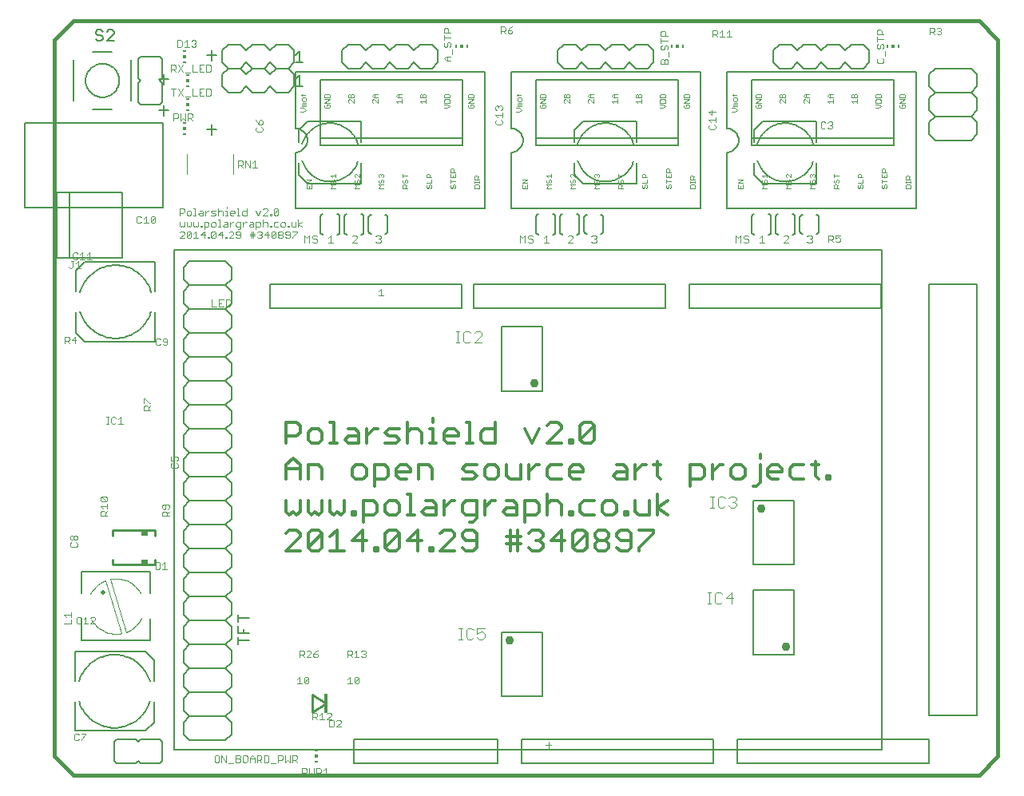
<source format=gto>
G75*
%MOIN*%
%OFA0B0*%
%FSLAX24Y24*%
%IPPOS*%
%LPD*%
%AMOC8*
5,1,8,0,0,1.08239X$1,22.5*
%
%ADD10C,0.0160*%
%ADD11C,0.0030*%
%ADD12C,0.0060*%
%ADD13C,0.0040*%
%ADD14C,0.0120*%
%ADD15C,0.0050*%
%ADD16R,0.0118X0.0059*%
%ADD17R,0.0118X0.0118*%
%ADD18C,0.0080*%
%ADD19C,0.0020*%
%ADD20R,0.0059X0.0118*%
%ADD21C,0.0197*%
%ADD22C,0.0362*%
%ADD23C,0.0100*%
%ADD24R,0.0295X0.0197*%
%ADD25R,0.0118X0.0827*%
D10*
X002145Y001680D02*
X039940Y001680D01*
X040727Y002467D01*
X040727Y032389D01*
X039940Y033176D01*
X002145Y033176D01*
X001357Y032389D01*
X001357Y002467D01*
X002145Y001680D01*
D11*
X002225Y003131D02*
X002322Y003131D01*
X002370Y003179D01*
X002471Y003179D02*
X002471Y003131D01*
X002471Y003179D02*
X002665Y003372D01*
X002665Y003421D01*
X002471Y003421D01*
X002370Y003372D02*
X002322Y003421D01*
X002225Y003421D01*
X002177Y003372D01*
X002177Y003179D01*
X002225Y003131D01*
X002321Y007995D02*
X002417Y007995D01*
X002466Y008043D01*
X002567Y007995D02*
X002760Y007995D01*
X002664Y007995D02*
X002664Y008285D01*
X002567Y008188D01*
X002466Y008237D02*
X002417Y008285D01*
X002321Y008285D01*
X002272Y008237D01*
X002272Y008043D01*
X002321Y007995D01*
X002042Y007995D02*
X002042Y008188D01*
X002042Y008290D02*
X002042Y008483D01*
X002042Y008386D02*
X001752Y008386D01*
X001849Y008290D01*
X001752Y007995D02*
X002042Y007995D01*
X002862Y007995D02*
X003055Y008188D01*
X003055Y008237D01*
X003007Y008285D01*
X002910Y008285D01*
X002862Y008237D01*
X002862Y007995D02*
X003055Y007995D01*
X005566Y010288D02*
X005711Y010288D01*
X005759Y010336D01*
X005759Y010529D01*
X005711Y010578D01*
X005566Y010578D01*
X005566Y010288D01*
X005860Y010288D02*
X006054Y010288D01*
X005957Y010288D02*
X005957Y010578D01*
X005860Y010481D01*
X005852Y012495D02*
X005852Y012640D01*
X005900Y012688D01*
X005997Y012688D01*
X006046Y012640D01*
X006046Y012495D01*
X006142Y012495D02*
X005852Y012495D01*
X006046Y012592D02*
X006142Y012688D01*
X006094Y012790D02*
X006142Y012838D01*
X006142Y012935D01*
X006094Y012983D01*
X005900Y012983D01*
X005852Y012935D01*
X005852Y012838D01*
X005900Y012790D01*
X005949Y012790D01*
X005997Y012838D01*
X005997Y012983D01*
X006265Y014499D02*
X006217Y014548D01*
X006217Y014645D01*
X006265Y014693D01*
X006217Y014794D02*
X006362Y014794D01*
X006313Y014891D01*
X006313Y014939D01*
X006362Y014988D01*
X006458Y014988D01*
X006507Y014939D01*
X006507Y014842D01*
X006458Y014794D01*
X006458Y014693D02*
X006507Y014645D01*
X006507Y014548D01*
X006458Y014499D01*
X006265Y014499D01*
X006217Y014794D02*
X006217Y014988D01*
X004207Y016345D02*
X004013Y016345D01*
X004110Y016345D02*
X004110Y016635D01*
X004013Y016538D01*
X003912Y016587D02*
X003864Y016635D01*
X003767Y016635D01*
X003719Y016587D01*
X003719Y016393D01*
X003767Y016345D01*
X003864Y016345D01*
X003912Y016393D01*
X003619Y016345D02*
X003522Y016345D01*
X003571Y016345D02*
X003571Y016635D01*
X003619Y016635D02*
X003522Y016635D01*
X005072Y016906D02*
X005072Y017051D01*
X005120Y017099D01*
X005217Y017099D01*
X005266Y017051D01*
X005266Y016906D01*
X005362Y016906D02*
X005072Y016906D01*
X005266Y017002D02*
X005362Y017099D01*
X005362Y017200D02*
X005314Y017200D01*
X005120Y017394D01*
X005072Y017394D01*
X005072Y017200D01*
X005625Y019631D02*
X005722Y019631D01*
X005770Y019679D01*
X005871Y019679D02*
X005920Y019631D01*
X006016Y019631D01*
X006065Y019679D01*
X006065Y019872D01*
X006016Y019921D01*
X005920Y019921D01*
X005871Y019872D01*
X005871Y019824D01*
X005920Y019776D01*
X006065Y019776D01*
X005770Y019872D02*
X005722Y019921D01*
X005625Y019921D01*
X005577Y019872D01*
X005577Y019679D01*
X005625Y019631D01*
X007922Y021245D02*
X008116Y021245D01*
X008217Y021245D02*
X008410Y021245D01*
X008512Y021245D02*
X008657Y021245D01*
X008705Y021293D01*
X008705Y021487D01*
X008657Y021535D01*
X008512Y021535D01*
X008512Y021245D01*
X008314Y021390D02*
X008217Y021390D01*
X008217Y021535D02*
X008217Y021245D01*
X008217Y021535D02*
X008410Y021535D01*
X007922Y021535D02*
X007922Y021245D01*
X007947Y024095D02*
X007898Y024143D01*
X008092Y024337D01*
X008092Y024143D01*
X008043Y024095D01*
X007947Y024095D01*
X007898Y024143D02*
X007898Y024337D01*
X007947Y024385D01*
X008043Y024385D01*
X008092Y024337D01*
X008193Y024240D02*
X008386Y024240D01*
X008488Y024143D02*
X008536Y024143D01*
X008536Y024095D01*
X008488Y024095D01*
X008488Y024143D01*
X008635Y024095D02*
X008828Y024288D01*
X008828Y024337D01*
X008780Y024385D01*
X008683Y024385D01*
X008635Y024337D01*
X008635Y024095D02*
X008828Y024095D01*
X008929Y024143D02*
X008978Y024095D01*
X009075Y024095D01*
X009123Y024143D01*
X009123Y024337D01*
X009075Y024385D01*
X008978Y024385D01*
X008929Y024337D01*
X008929Y024288D01*
X008978Y024240D01*
X009123Y024240D01*
X009075Y024478D02*
X009123Y024527D01*
X009123Y024768D01*
X008978Y024768D01*
X008929Y024720D01*
X008929Y024623D01*
X008978Y024575D01*
X009123Y024575D01*
X009224Y024575D02*
X009224Y024768D01*
X009224Y024672D02*
X009321Y024768D01*
X009369Y024768D01*
X009518Y024768D02*
X009615Y024768D01*
X009663Y024720D01*
X009663Y024575D01*
X009518Y024575D01*
X009470Y024623D01*
X009518Y024672D01*
X009663Y024672D01*
X009764Y024768D02*
X009764Y024478D01*
X009764Y024575D02*
X009909Y024575D01*
X009958Y024623D01*
X009958Y024720D01*
X009909Y024768D01*
X009764Y024768D01*
X010059Y024720D02*
X010107Y024768D01*
X010204Y024768D01*
X010252Y024720D01*
X010252Y024575D01*
X010354Y024575D02*
X010402Y024575D01*
X010402Y024623D01*
X010354Y024623D01*
X010354Y024575D01*
X010501Y024623D02*
X010549Y024575D01*
X010694Y024575D01*
X010796Y024623D02*
X010844Y024575D01*
X010941Y024575D01*
X010989Y024623D01*
X010989Y024720D01*
X010941Y024768D01*
X010844Y024768D01*
X010796Y024720D01*
X010796Y024623D01*
X010694Y024768D02*
X010549Y024768D01*
X010501Y024720D01*
X010501Y024623D01*
X010548Y024385D02*
X010596Y024337D01*
X010403Y024143D01*
X010451Y024095D01*
X010548Y024095D01*
X010596Y024143D01*
X010596Y024337D01*
X010548Y024385D02*
X010451Y024385D01*
X010403Y024337D01*
X010403Y024143D01*
X010302Y024240D02*
X010108Y024240D01*
X010253Y024385D01*
X010253Y024095D01*
X010007Y024143D02*
X009959Y024095D01*
X009862Y024095D01*
X009813Y024143D01*
X009712Y024192D02*
X009519Y024192D01*
X009519Y024288D02*
X009664Y024288D01*
X009712Y024288D01*
X009664Y024385D02*
X009664Y024095D01*
X009567Y024095D02*
X009567Y024385D01*
X009813Y024337D02*
X009862Y024385D01*
X009959Y024385D01*
X010007Y024337D01*
X010007Y024288D01*
X009959Y024240D01*
X010007Y024192D01*
X010007Y024143D01*
X009959Y024240D02*
X009910Y024240D01*
X010059Y024575D02*
X010059Y024865D01*
X010059Y025055D02*
X010252Y025248D01*
X010252Y025297D01*
X010204Y025345D01*
X010107Y025345D01*
X010059Y025297D01*
X009958Y025248D02*
X009861Y025055D01*
X009764Y025248D01*
X010059Y025055D02*
X010252Y025055D01*
X010354Y025055D02*
X010402Y025055D01*
X010402Y025103D01*
X010354Y025103D01*
X010354Y025055D01*
X010501Y025103D02*
X010694Y025297D01*
X010694Y025103D01*
X010646Y025055D01*
X010549Y025055D01*
X010501Y025103D01*
X010501Y025297D01*
X010549Y025345D01*
X010646Y025345D01*
X010694Y025297D01*
X011238Y024768D02*
X011238Y024623D01*
X011286Y024575D01*
X011431Y024575D01*
X011431Y024768D01*
X011532Y024672D02*
X011677Y024768D01*
X011532Y024672D02*
X011677Y024575D01*
X011532Y024575D02*
X011532Y024865D01*
X011139Y024623D02*
X011139Y024575D01*
X011090Y024575D01*
X011090Y024623D01*
X011139Y024623D01*
X011137Y024385D02*
X011040Y024385D01*
X010992Y024337D01*
X010992Y024288D01*
X011040Y024240D01*
X011186Y024240D01*
X011186Y024143D02*
X011186Y024337D01*
X011137Y024385D01*
X011287Y024385D02*
X011480Y024385D01*
X011480Y024337D01*
X011287Y024143D01*
X011287Y024095D01*
X011186Y024143D02*
X011137Y024095D01*
X011040Y024095D01*
X010992Y024143D01*
X010891Y024143D02*
X010843Y024095D01*
X010746Y024095D01*
X010697Y024143D01*
X010697Y024192D01*
X010746Y024240D01*
X010843Y024240D01*
X010891Y024192D01*
X010891Y024143D01*
X010843Y024240D02*
X010891Y024288D01*
X010891Y024337D01*
X010843Y024385D01*
X010746Y024385D01*
X010697Y024337D01*
X010697Y024288D01*
X010746Y024240D01*
X009369Y025055D02*
X009369Y025345D01*
X009369Y025248D02*
X009223Y025248D01*
X009175Y025200D01*
X009175Y025103D01*
X009223Y025055D01*
X009369Y025055D01*
X009075Y025055D02*
X008979Y025055D01*
X009027Y025055D02*
X009027Y025345D01*
X008979Y025345D01*
X008877Y025200D02*
X008877Y025152D01*
X008684Y025152D01*
X008684Y025200D02*
X008732Y025248D01*
X008829Y025248D01*
X008877Y025200D01*
X008829Y025055D02*
X008732Y025055D01*
X008684Y025103D01*
X008684Y025200D01*
X008536Y025248D02*
X008536Y025055D01*
X008488Y025055D02*
X008584Y025055D01*
X008386Y025055D02*
X008386Y025200D01*
X008338Y025248D01*
X008241Y025248D01*
X008193Y025200D01*
X008092Y025248D02*
X007947Y025248D01*
X007898Y025200D01*
X007947Y025152D01*
X008043Y025152D01*
X008092Y025103D01*
X008043Y025055D01*
X007898Y025055D01*
X007798Y025248D02*
X007749Y025248D01*
X007653Y025152D01*
X007653Y025248D02*
X007653Y025055D01*
X007552Y025055D02*
X007406Y025055D01*
X007358Y025103D01*
X007406Y025152D01*
X007552Y025152D01*
X007552Y025200D02*
X007552Y025055D01*
X007552Y025200D02*
X007503Y025248D01*
X007406Y025248D01*
X007210Y025345D02*
X007210Y025055D01*
X007162Y025055D02*
X007258Y025055D01*
X007060Y025103D02*
X007060Y025200D01*
X007012Y025248D01*
X006915Y025248D01*
X006867Y025200D01*
X006867Y025103D01*
X006915Y025055D01*
X007012Y025055D01*
X007060Y025103D01*
X007162Y025345D02*
X007210Y025345D01*
X006766Y025297D02*
X006766Y025200D01*
X006717Y025152D01*
X006572Y025152D01*
X006572Y025055D02*
X006572Y025345D01*
X006717Y025345D01*
X006766Y025297D01*
X006766Y024768D02*
X006766Y024623D01*
X006717Y024575D01*
X006669Y024623D01*
X006621Y024575D01*
X006572Y024623D01*
X006572Y024768D01*
X006867Y024768D02*
X006867Y024623D01*
X006915Y024575D01*
X006964Y024623D01*
X007012Y024575D01*
X007060Y024623D01*
X007060Y024768D01*
X007162Y024768D02*
X007162Y024623D01*
X007210Y024575D01*
X007258Y024623D01*
X007307Y024575D01*
X007355Y024623D01*
X007355Y024768D01*
X007456Y024623D02*
X007505Y024623D01*
X007505Y024575D01*
X007456Y024575D01*
X007456Y024623D01*
X007604Y024575D02*
X007749Y024575D01*
X007797Y024623D01*
X007797Y024720D01*
X007749Y024768D01*
X007604Y024768D01*
X007604Y024478D01*
X007601Y024385D02*
X007456Y024240D01*
X007650Y024240D01*
X007751Y024143D02*
X007799Y024143D01*
X007799Y024095D01*
X007751Y024095D01*
X007751Y024143D01*
X007601Y024095D02*
X007601Y024385D01*
X007258Y024385D02*
X007258Y024095D01*
X007162Y024095D02*
X007355Y024095D01*
X007162Y024288D02*
X007258Y024385D01*
X007060Y024337D02*
X006867Y024143D01*
X006915Y024095D01*
X007012Y024095D01*
X007060Y024143D01*
X007060Y024337D01*
X007012Y024385D01*
X006915Y024385D01*
X006867Y024337D01*
X006867Y024143D01*
X006766Y024095D02*
X006572Y024095D01*
X006766Y024288D01*
X006766Y024337D01*
X006717Y024385D01*
X006621Y024385D01*
X006572Y024337D01*
X005565Y024779D02*
X005516Y024731D01*
X005420Y024731D01*
X005371Y024779D01*
X005565Y024972D01*
X005565Y024779D01*
X005565Y024972D02*
X005516Y025021D01*
X005420Y025021D01*
X005371Y024972D01*
X005371Y024779D01*
X005270Y024731D02*
X005077Y024731D01*
X005173Y024731D02*
X005173Y025021D01*
X005077Y024924D01*
X004976Y024972D02*
X004927Y025021D01*
X004830Y025021D01*
X004782Y024972D01*
X004782Y024779D01*
X004830Y024731D01*
X004927Y024731D01*
X004976Y024779D01*
X002818Y023505D02*
X002818Y023215D01*
X002721Y023215D02*
X002915Y023215D01*
X002721Y023408D02*
X002818Y023505D01*
X002524Y023505D02*
X002524Y023215D01*
X002620Y023215D02*
X002427Y023215D01*
X002355Y023134D02*
X002355Y022844D01*
X002259Y022844D02*
X002452Y022844D01*
X002259Y023037D02*
X002355Y023134D01*
X002277Y023215D02*
X002326Y023263D01*
X002277Y023215D02*
X002180Y023215D01*
X002132Y023263D01*
X002132Y023457D01*
X002180Y023505D01*
X002277Y023505D01*
X002326Y023457D01*
X002427Y023408D02*
X002524Y023505D01*
X002158Y023134D02*
X002061Y023134D01*
X002109Y023134D02*
X002109Y022892D01*
X002061Y022844D01*
X002012Y022844D01*
X001964Y022892D01*
X001917Y019985D02*
X001966Y019937D01*
X001966Y019840D01*
X001917Y019792D01*
X001772Y019792D01*
X001772Y019695D02*
X001772Y019985D01*
X001917Y019985D01*
X001869Y019792D02*
X001966Y019695D01*
X002067Y019840D02*
X002260Y019840D01*
X002212Y019695D02*
X002212Y019985D01*
X002067Y019840D01*
X007898Y024623D02*
X007947Y024575D01*
X008043Y024575D01*
X008092Y024623D01*
X008092Y024720D01*
X008043Y024768D01*
X007947Y024768D01*
X007898Y024720D01*
X007898Y024623D01*
X008193Y024575D02*
X008290Y024575D01*
X008241Y024575D02*
X008241Y024865D01*
X008193Y024865D01*
X008193Y025055D02*
X008193Y025345D01*
X008488Y025248D02*
X008536Y025248D01*
X008536Y025345D02*
X008536Y025394D01*
X008534Y024768D02*
X008583Y024720D01*
X008583Y024575D01*
X008438Y024575D01*
X008389Y024623D01*
X008438Y024672D01*
X008583Y024672D01*
X008684Y024672D02*
X008781Y024768D01*
X008829Y024768D01*
X008684Y024768D02*
X008684Y024575D01*
X008534Y024768D02*
X008438Y024768D01*
X009026Y024478D02*
X009075Y024478D01*
X008338Y024385D02*
X008193Y024240D01*
X008338Y024095D02*
X008338Y024385D01*
X009022Y027045D02*
X009022Y027335D01*
X009167Y027335D01*
X009216Y027287D01*
X009216Y027190D01*
X009167Y027142D01*
X009022Y027142D01*
X009119Y027142D02*
X009216Y027045D01*
X009317Y027045D02*
X009317Y027335D01*
X009510Y027045D01*
X009510Y027335D01*
X009612Y027238D02*
X009708Y027335D01*
X009708Y027045D01*
X009612Y027045D02*
X009805Y027045D01*
X009800Y028545D02*
X009994Y028545D01*
X010042Y028593D01*
X010042Y028690D01*
X009994Y028738D01*
X009994Y028840D02*
X010042Y028888D01*
X010042Y028985D01*
X009994Y029033D01*
X009946Y029033D01*
X009897Y028985D01*
X009897Y028840D01*
X009994Y028840D01*
X009897Y028840D02*
X009800Y028936D01*
X009752Y029033D01*
X009800Y028738D02*
X009752Y028690D01*
X009752Y028593D01*
X009800Y028545D01*
X007889Y030093D02*
X007889Y030287D01*
X007841Y030335D01*
X007696Y030335D01*
X007696Y030045D01*
X007841Y030045D01*
X007889Y030093D01*
X007594Y030045D02*
X007401Y030045D01*
X007401Y030335D01*
X007594Y030335D01*
X007498Y030190D02*
X007401Y030190D01*
X007300Y030045D02*
X007106Y030045D01*
X007106Y030335D01*
X007005Y029997D02*
X006812Y029997D01*
X006710Y030045D02*
X006517Y030335D01*
X006416Y030335D02*
X006222Y030335D01*
X006319Y030335D02*
X006319Y030045D01*
X006517Y030045D02*
X006710Y030335D01*
X006812Y030997D02*
X007005Y030997D01*
X007106Y031045D02*
X007106Y031335D01*
X007106Y031045D02*
X007300Y031045D01*
X007401Y031045D02*
X007594Y031045D01*
X007696Y031045D02*
X007841Y031045D01*
X007889Y031093D01*
X007889Y031287D01*
X007841Y031335D01*
X007696Y031335D01*
X007696Y031045D01*
X007498Y031190D02*
X007401Y031190D01*
X007401Y031335D02*
X007401Y031045D01*
X007401Y031335D02*
X007594Y031335D01*
X006710Y031335D02*
X006517Y031045D01*
X006416Y031045D02*
X006319Y031142D01*
X006367Y031142D02*
X006222Y031142D01*
X006222Y031045D02*
X006222Y031335D01*
X006367Y031335D01*
X006416Y031287D01*
X006416Y031190D01*
X006367Y031142D01*
X006517Y031335D02*
X006710Y031045D01*
X006623Y029307D02*
X006623Y029017D01*
X006720Y029114D01*
X006817Y029017D01*
X006817Y029307D01*
X006918Y029307D02*
X007063Y029307D01*
X007111Y029259D01*
X007111Y029162D01*
X007063Y029114D01*
X006918Y029114D01*
X007015Y029114D02*
X007111Y029017D01*
X006918Y029017D02*
X006918Y029307D01*
X006522Y029259D02*
X006522Y029162D01*
X006474Y029114D01*
X006329Y029114D01*
X006329Y029017D02*
X006329Y029307D01*
X006474Y029307D01*
X006522Y029259D01*
X014872Y021888D02*
X014969Y021985D01*
X014969Y021695D01*
X014872Y021695D02*
X015066Y021695D01*
X019800Y028845D02*
X019994Y028845D01*
X020042Y028893D01*
X020042Y028990D01*
X019994Y029038D01*
X020042Y029140D02*
X020042Y029333D01*
X020042Y029236D02*
X019752Y029236D01*
X019849Y029140D01*
X019800Y029038D02*
X019752Y028990D01*
X019752Y028893D01*
X019800Y028845D01*
X019800Y029434D02*
X019752Y029483D01*
X019752Y029579D01*
X019800Y029628D01*
X019849Y029628D01*
X019897Y029579D01*
X019946Y029628D01*
X019994Y029628D01*
X020042Y029579D01*
X020042Y029483D01*
X019994Y029434D01*
X019897Y029531D02*
X019897Y029579D01*
X017892Y031495D02*
X017699Y031495D01*
X017602Y031592D01*
X017699Y031688D01*
X017892Y031688D01*
X017941Y031790D02*
X017941Y031983D01*
X017844Y032084D02*
X017892Y032133D01*
X017892Y032229D01*
X017844Y032278D01*
X017796Y032278D01*
X017747Y032229D01*
X017747Y032133D01*
X017699Y032084D01*
X017650Y032084D01*
X017602Y032133D01*
X017602Y032229D01*
X017650Y032278D01*
X017602Y032379D02*
X017602Y032572D01*
X017602Y032476D02*
X017892Y032476D01*
X017892Y032674D02*
X017602Y032674D01*
X017602Y032819D01*
X017650Y032867D01*
X017747Y032867D01*
X017796Y032819D01*
X017796Y032674D01*
X017747Y031688D02*
X017747Y031495D01*
X019972Y032645D02*
X019972Y032935D01*
X020117Y032935D01*
X020166Y032887D01*
X020166Y032790D01*
X020117Y032742D01*
X019972Y032742D01*
X020069Y032742D02*
X020166Y032645D01*
X020267Y032693D02*
X020315Y032645D01*
X020412Y032645D01*
X020460Y032693D01*
X020460Y032742D01*
X020412Y032790D01*
X020267Y032790D01*
X020267Y032693D01*
X020267Y032790D02*
X020364Y032887D01*
X020460Y032935D01*
X026659Y032695D02*
X026659Y032550D01*
X026950Y032550D01*
X026853Y032550D02*
X026853Y032695D01*
X026805Y032744D01*
X026708Y032744D01*
X026659Y032695D01*
X026659Y032449D02*
X026659Y032256D01*
X026659Y032352D02*
X026950Y032352D01*
X026901Y032155D02*
X026950Y032106D01*
X026950Y032009D01*
X026901Y031961D01*
X026805Y032009D02*
X026805Y032106D01*
X026853Y032155D01*
X026901Y032155D01*
X026805Y032009D02*
X026756Y031961D01*
X026708Y031961D01*
X026659Y032009D01*
X026659Y032106D01*
X026708Y032155D01*
X026998Y031860D02*
X026998Y031666D01*
X026901Y031565D02*
X026950Y031517D01*
X026950Y031372D01*
X026659Y031372D01*
X026659Y031517D01*
X026708Y031565D01*
X026756Y031565D01*
X026805Y031517D01*
X026805Y031372D01*
X026805Y031517D02*
X026853Y031565D01*
X026901Y031565D01*
X028822Y032495D02*
X028822Y032785D01*
X028967Y032785D01*
X029016Y032737D01*
X029016Y032640D01*
X028967Y032592D01*
X028822Y032592D01*
X028919Y032592D02*
X029016Y032495D01*
X029117Y032495D02*
X029310Y032495D01*
X029214Y032495D02*
X029214Y032785D01*
X029117Y032688D01*
X029412Y032688D02*
X029508Y032785D01*
X029508Y032495D01*
X029412Y032495D02*
X029605Y032495D01*
X028797Y029428D02*
X028797Y029234D01*
X028652Y029379D01*
X028942Y029379D01*
X028942Y029133D02*
X028942Y028940D01*
X028942Y029036D02*
X028652Y029036D01*
X028749Y028940D01*
X028700Y028838D02*
X028652Y028790D01*
X028652Y028693D01*
X028700Y028645D01*
X028894Y028645D01*
X028942Y028693D01*
X028942Y028790D01*
X028894Y028838D01*
X033338Y028916D02*
X033338Y028723D01*
X033386Y028674D01*
X033483Y028674D01*
X033531Y028723D01*
X033632Y028723D02*
X033681Y028674D01*
X033777Y028674D01*
X033826Y028723D01*
X033826Y028771D01*
X033777Y028819D01*
X033729Y028819D01*
X033777Y028819D02*
X033826Y028868D01*
X033826Y028916D01*
X033777Y028964D01*
X033681Y028964D01*
X033632Y028916D01*
X033531Y028916D02*
X033483Y028964D01*
X033386Y028964D01*
X033338Y028916D01*
X035720Y031422D02*
X035672Y031470D01*
X035672Y031567D01*
X035720Y031615D01*
X035720Y031422D02*
X035914Y031422D01*
X035962Y031470D01*
X035962Y031567D01*
X035914Y031615D01*
X036011Y031716D02*
X036011Y031910D01*
X035914Y032011D02*
X035962Y032059D01*
X035962Y032156D01*
X035914Y032205D01*
X035866Y032205D01*
X035817Y032156D01*
X035817Y032059D01*
X035769Y032011D01*
X035720Y032011D01*
X035672Y032059D01*
X035672Y032156D01*
X035720Y032205D01*
X035672Y032306D02*
X035672Y032499D01*
X035672Y032402D02*
X035962Y032402D01*
X035962Y032600D02*
X035672Y032600D01*
X035672Y032745D01*
X035720Y032794D01*
X035817Y032794D01*
X035866Y032745D01*
X035866Y032600D01*
X037872Y032595D02*
X037872Y032885D01*
X038017Y032885D01*
X038066Y032837D01*
X038066Y032740D01*
X038017Y032692D01*
X037872Y032692D01*
X037969Y032692D02*
X038066Y032595D01*
X038167Y032643D02*
X038215Y032595D01*
X038312Y032595D01*
X038360Y032643D01*
X038360Y032692D01*
X038312Y032740D01*
X038264Y032740D01*
X038312Y032740D02*
X038360Y032788D01*
X038360Y032837D01*
X038312Y032885D01*
X038215Y032885D01*
X038167Y032837D01*
X034134Y024223D02*
X033940Y024223D01*
X033940Y024078D01*
X034037Y024126D01*
X034085Y024126D01*
X034134Y024078D01*
X034134Y023981D01*
X034085Y023933D01*
X033988Y023933D01*
X033940Y023981D01*
X033839Y023933D02*
X033742Y024029D01*
X033791Y024029D02*
X033645Y024029D01*
X033645Y023933D02*
X033645Y024223D01*
X033791Y024223D01*
X033839Y024174D01*
X033839Y024078D01*
X033791Y024029D01*
X014355Y006837D02*
X014307Y006885D01*
X014210Y006885D01*
X014162Y006837D01*
X014258Y006740D02*
X014307Y006740D01*
X014355Y006692D01*
X014355Y006643D01*
X014307Y006595D01*
X014210Y006595D01*
X014162Y006643D01*
X014060Y006595D02*
X013867Y006595D01*
X013964Y006595D02*
X013964Y006885D01*
X013867Y006788D01*
X013766Y006740D02*
X013717Y006692D01*
X013572Y006692D01*
X013572Y006595D02*
X013572Y006885D01*
X013717Y006885D01*
X013766Y006837D01*
X013766Y006740D01*
X013669Y006692D02*
X013766Y006595D01*
X014307Y006740D02*
X014355Y006788D01*
X014355Y006837D01*
X014012Y005785D02*
X014060Y005737D01*
X013867Y005543D01*
X013915Y005495D01*
X014012Y005495D01*
X014060Y005543D01*
X014060Y005737D01*
X014012Y005785D02*
X013915Y005785D01*
X013867Y005737D01*
X013867Y005543D01*
X013766Y005495D02*
X013572Y005495D01*
X013669Y005495D02*
X013669Y005785D01*
X013572Y005688D01*
X012355Y006643D02*
X012355Y006692D01*
X012307Y006740D01*
X012162Y006740D01*
X012162Y006643D01*
X012210Y006595D01*
X012307Y006595D01*
X012355Y006643D01*
X012258Y006837D02*
X012162Y006740D01*
X012060Y006788D02*
X012060Y006837D01*
X012012Y006885D01*
X011915Y006885D01*
X011867Y006837D01*
X011766Y006837D02*
X011766Y006740D01*
X011717Y006692D01*
X011572Y006692D01*
X011572Y006595D02*
X011572Y006885D01*
X011717Y006885D01*
X011766Y006837D01*
X011669Y006692D02*
X011766Y006595D01*
X011867Y006595D02*
X012060Y006788D01*
X012060Y006595D02*
X011867Y006595D01*
X012258Y006837D02*
X012355Y006885D01*
X011912Y005785D02*
X011960Y005737D01*
X011767Y005543D01*
X011815Y005495D01*
X011912Y005495D01*
X011960Y005543D01*
X011960Y005737D01*
X011912Y005785D02*
X011815Y005785D01*
X011767Y005737D01*
X011767Y005543D01*
X011666Y005495D02*
X011472Y005495D01*
X011569Y005495D02*
X011569Y005785D01*
X011472Y005688D01*
X012122Y004285D02*
X012267Y004285D01*
X012316Y004237D01*
X012316Y004140D01*
X012267Y004092D01*
X012122Y004092D01*
X012122Y003995D02*
X012122Y004285D01*
X012219Y004092D02*
X012316Y003995D01*
X012417Y003995D02*
X012610Y003995D01*
X012514Y003995D02*
X012514Y004285D01*
X012417Y004188D01*
X012712Y004237D02*
X012760Y004285D01*
X012857Y004285D01*
X012905Y004237D01*
X012905Y004188D01*
X012712Y003995D01*
X012905Y003995D01*
X012967Y003982D02*
X012822Y003982D01*
X012822Y003692D01*
X012967Y003692D01*
X013016Y003740D01*
X013016Y003933D01*
X012967Y003982D01*
X013117Y003933D02*
X013165Y003982D01*
X013262Y003982D01*
X013310Y003933D01*
X013310Y003885D01*
X013117Y003692D01*
X013310Y003692D01*
X012674Y001965D02*
X012674Y001675D01*
X012578Y001675D02*
X012771Y001675D01*
X012578Y001868D02*
X012674Y001965D01*
X012476Y001917D02*
X012476Y001820D01*
X012428Y001772D01*
X012283Y001772D01*
X012380Y001772D02*
X012476Y001675D01*
X012283Y001675D02*
X012283Y001965D01*
X012428Y001965D01*
X012476Y001917D01*
X012182Y001965D02*
X012182Y001675D01*
X012085Y001772D01*
X011988Y001675D01*
X011988Y001965D01*
X011887Y001917D02*
X011887Y001820D01*
X011839Y001772D01*
X011694Y001772D01*
X011694Y001675D02*
X011694Y001965D01*
X011839Y001965D01*
X011887Y001917D01*
X011471Y002225D02*
X011374Y002322D01*
X011423Y002322D02*
X011278Y002322D01*
X011278Y002225D02*
X011278Y002515D01*
X011423Y002515D01*
X011471Y002467D01*
X011471Y002370D01*
X011423Y002322D01*
X011176Y002225D02*
X011176Y002515D01*
X010983Y002515D02*
X010983Y002225D01*
X011080Y002322D01*
X011176Y002225D01*
X010882Y002370D02*
X010833Y002322D01*
X010688Y002322D01*
X010688Y002225D02*
X010688Y002515D01*
X010833Y002515D01*
X010882Y002467D01*
X010882Y002370D01*
X010587Y002177D02*
X010394Y002177D01*
X010293Y002273D02*
X010293Y002467D01*
X010244Y002515D01*
X010099Y002515D01*
X010099Y002225D01*
X010244Y002225D01*
X010293Y002273D01*
X009998Y002225D02*
X009901Y002322D01*
X009949Y002322D02*
X009804Y002322D01*
X009804Y002225D02*
X009804Y002515D01*
X009949Y002515D01*
X009998Y002467D01*
X009998Y002370D01*
X009949Y002322D01*
X009703Y002370D02*
X009510Y002370D01*
X009510Y002418D02*
X009510Y002225D01*
X009409Y002273D02*
X009409Y002467D01*
X009360Y002515D01*
X009263Y002515D01*
X009215Y002467D01*
X009215Y002273D01*
X009263Y002225D01*
X009360Y002225D01*
X009409Y002273D01*
X009510Y002418D02*
X009606Y002515D01*
X009703Y002418D01*
X009703Y002225D01*
X009114Y002273D02*
X009066Y002225D01*
X008920Y002225D01*
X008920Y002515D01*
X009066Y002515D01*
X009114Y002467D01*
X009114Y002418D01*
X009066Y002370D01*
X008920Y002370D01*
X009066Y002370D02*
X009114Y002322D01*
X009114Y002273D01*
X008819Y002177D02*
X008626Y002177D01*
X008525Y002225D02*
X008525Y002515D01*
X008331Y002515D02*
X008525Y002225D01*
X008331Y002225D02*
X008331Y002515D01*
X008230Y002467D02*
X008230Y002273D01*
X008182Y002225D01*
X008085Y002225D01*
X008036Y002273D01*
X008036Y002467D01*
X008085Y002515D01*
X008182Y002515D01*
X008230Y002467D01*
X002258Y011199D02*
X002065Y011199D01*
X002017Y011248D01*
X002017Y011345D01*
X002065Y011393D01*
X002065Y011494D02*
X002113Y011494D01*
X002162Y011542D01*
X002162Y011639D01*
X002210Y011688D01*
X002258Y011688D01*
X002307Y011639D01*
X002307Y011542D01*
X002258Y011494D01*
X002210Y011494D01*
X002162Y011542D01*
X002162Y011639D02*
X002113Y011688D01*
X002065Y011688D01*
X002017Y011639D01*
X002017Y011542D01*
X002065Y011494D01*
X002258Y011393D02*
X002307Y011345D01*
X002307Y011248D01*
X002258Y011199D01*
X003272Y012511D02*
X003272Y012656D01*
X003320Y012705D01*
X003417Y012705D01*
X003466Y012656D01*
X003466Y012511D01*
X003562Y012511D02*
X003272Y012511D01*
X003466Y012608D02*
X003562Y012705D01*
X003562Y012806D02*
X003562Y012999D01*
X003562Y012902D02*
X003272Y012902D01*
X003369Y012806D01*
X003320Y013100D02*
X003272Y013149D01*
X003272Y013245D01*
X003320Y013294D01*
X003514Y013100D01*
X003562Y013149D01*
X003562Y013245D01*
X003514Y013294D01*
X003320Y013294D01*
X003320Y013100D02*
X003514Y013100D01*
X021846Y002943D02*
X022093Y002943D01*
X021970Y002820D02*
X021970Y003067D01*
D12*
X008743Y003387D02*
X008493Y003137D01*
X006993Y003137D01*
X006743Y003387D01*
X006743Y003887D01*
X006993Y004137D01*
X008493Y004137D01*
X008743Y003887D01*
X008743Y003387D01*
X008493Y004137D02*
X008743Y004387D01*
X008743Y004887D01*
X008493Y005137D01*
X006993Y005137D01*
X006743Y005387D01*
X006743Y005887D01*
X006993Y006137D01*
X008493Y006137D01*
X008743Y005887D01*
X008743Y005387D01*
X008493Y005137D01*
X008493Y006137D02*
X008743Y006387D01*
X008743Y006887D01*
X008493Y007137D01*
X006993Y007137D01*
X006743Y007387D01*
X006743Y007887D01*
X006993Y008137D01*
X008493Y008137D01*
X008743Y007887D01*
X008743Y007387D01*
X008493Y007137D01*
X008493Y008137D02*
X008743Y008387D01*
X008743Y008887D01*
X008493Y009137D01*
X006993Y009137D01*
X006743Y009387D01*
X006743Y009887D01*
X006993Y010137D01*
X008493Y010137D01*
X008743Y009887D01*
X008743Y009387D01*
X008493Y009137D01*
X008493Y010137D02*
X008743Y010387D01*
X008743Y010887D01*
X008493Y011137D01*
X006993Y011137D01*
X006743Y011387D01*
X006743Y011887D01*
X006993Y012137D01*
X008493Y012137D01*
X008743Y011887D01*
X008743Y011387D01*
X008493Y011137D01*
X008493Y012137D02*
X008743Y012387D01*
X008743Y012887D01*
X008493Y013137D01*
X006993Y013137D01*
X006743Y013387D01*
X006743Y013887D01*
X006993Y014137D01*
X008493Y014137D01*
X008743Y013887D01*
X008743Y013387D01*
X008493Y013137D01*
X008493Y014137D02*
X008743Y014387D01*
X008743Y014887D01*
X008493Y015137D01*
X006993Y015137D01*
X006743Y015387D01*
X006743Y015887D01*
X006993Y016137D01*
X008493Y016137D01*
X008743Y015887D01*
X008743Y015387D01*
X008493Y015137D01*
X008493Y016137D02*
X008743Y016387D01*
X008743Y016887D01*
X008493Y017137D01*
X006993Y017137D01*
X006743Y016887D01*
X006743Y016387D01*
X006993Y016137D01*
X006993Y015137D02*
X006743Y014887D01*
X006743Y014387D01*
X006993Y014137D01*
X006993Y013137D02*
X006743Y012887D01*
X006743Y012387D01*
X006993Y012137D01*
X006993Y011137D02*
X006743Y010887D01*
X006743Y010387D01*
X006993Y010137D01*
X006993Y009137D02*
X006743Y008887D01*
X006743Y008387D01*
X006993Y008137D01*
X006993Y007137D02*
X006743Y006887D01*
X006743Y006387D01*
X006993Y006137D01*
X006993Y005137D02*
X006743Y004887D01*
X006743Y004387D01*
X006993Y004137D01*
X005857Y003080D02*
X005757Y003180D01*
X004957Y003180D01*
X004857Y003080D01*
X004757Y003180D01*
X003957Y003180D01*
X003857Y003080D01*
X003857Y002280D01*
X003957Y002180D01*
X004757Y002180D01*
X004857Y002280D01*
X004957Y002180D01*
X005757Y002180D01*
X005857Y002280D01*
X005857Y003080D01*
X006993Y017137D02*
X006743Y017387D01*
X006743Y017887D01*
X006993Y018137D01*
X008493Y018137D01*
X008743Y017887D01*
X008743Y017387D01*
X008493Y017137D01*
X008493Y018137D02*
X008743Y018387D01*
X008743Y018887D01*
X008493Y019137D01*
X006993Y019137D01*
X006743Y018887D01*
X006743Y018387D01*
X006993Y018137D01*
X006993Y019137D02*
X006743Y019387D01*
X006743Y019887D01*
X006993Y020137D01*
X008493Y020137D01*
X008743Y019887D01*
X008743Y019387D01*
X008493Y019137D01*
X008493Y020137D02*
X008743Y020387D01*
X008743Y020887D01*
X008493Y021137D01*
X006993Y021137D01*
X006743Y020887D01*
X006743Y020387D01*
X006993Y020137D01*
X006993Y021137D02*
X006743Y021387D01*
X006743Y021887D01*
X006993Y022137D01*
X008493Y022137D01*
X008743Y021887D01*
X008743Y021387D01*
X008493Y021137D01*
X008493Y022137D02*
X008743Y022387D01*
X008743Y022887D01*
X008493Y023137D01*
X006993Y023137D01*
X006743Y022887D01*
X006743Y022387D01*
X006993Y022137D01*
X011407Y025330D02*
X019307Y025330D01*
X019307Y031030D01*
X011407Y031030D01*
X011407Y028680D01*
X011451Y028678D01*
X011494Y028672D01*
X011536Y028663D01*
X011578Y028650D01*
X011618Y028633D01*
X011657Y028613D01*
X011694Y028590D01*
X011728Y028563D01*
X011761Y028534D01*
X011790Y028501D01*
X011817Y028467D01*
X011840Y028430D01*
X011860Y028391D01*
X011877Y028351D01*
X011890Y028309D01*
X011899Y028267D01*
X011905Y028224D01*
X011907Y028180D01*
X011905Y028136D01*
X011899Y028093D01*
X011890Y028051D01*
X011877Y028009D01*
X011860Y027969D01*
X011840Y027930D01*
X011817Y027893D01*
X011790Y027859D01*
X011761Y027826D01*
X011728Y027797D01*
X011694Y027770D01*
X011657Y027747D01*
X011618Y027727D01*
X011578Y027710D01*
X011536Y027697D01*
X011494Y027688D01*
X011451Y027682D01*
X011407Y027680D01*
X011407Y025330D01*
X007914Y028417D02*
X007914Y028844D01*
X008127Y028630D02*
X007700Y028630D01*
X006127Y029430D02*
X005700Y029430D01*
X005757Y029680D02*
X005857Y029780D01*
X005857Y030580D01*
X005757Y030680D01*
X005857Y030780D01*
X005857Y031580D01*
X005757Y031680D01*
X004957Y031680D01*
X004857Y031580D01*
X004857Y030780D01*
X004957Y030680D01*
X004857Y030580D01*
X004857Y029780D01*
X004957Y029680D01*
X005757Y029680D01*
X005914Y029644D02*
X005914Y029217D01*
X005914Y030517D02*
X005914Y030944D01*
X006127Y030730D02*
X005700Y030730D01*
X007700Y031730D02*
X008127Y031730D01*
X007914Y031944D02*
X007914Y031517D01*
X008357Y031430D02*
X008607Y031180D01*
X009107Y031180D01*
X009357Y031430D01*
X009607Y031180D01*
X010107Y031180D01*
X010357Y031430D01*
X010607Y031180D01*
X011107Y031180D01*
X011357Y031430D01*
X011357Y031930D01*
X011107Y032180D01*
X010607Y032180D01*
X010357Y031930D01*
X010107Y032180D01*
X009607Y032180D01*
X009357Y031930D01*
X009107Y032180D01*
X008607Y032180D01*
X008357Y031930D01*
X008357Y031430D01*
X008607Y031180D02*
X009107Y031180D01*
X009357Y030930D01*
X009607Y031180D01*
X010107Y031180D01*
X010357Y030930D01*
X010607Y031180D01*
X011107Y031180D01*
X011357Y030930D01*
X011357Y030430D01*
X011107Y030180D01*
X010607Y030180D01*
X010357Y030430D01*
X010107Y030180D01*
X009607Y030180D01*
X009357Y030430D01*
X009107Y030180D01*
X008607Y030180D01*
X008357Y030430D01*
X008357Y030930D01*
X008607Y031180D01*
X020407Y031030D02*
X020407Y028680D01*
X020451Y028678D01*
X020494Y028672D01*
X020536Y028663D01*
X020578Y028650D01*
X020618Y028633D01*
X020657Y028613D01*
X020694Y028590D01*
X020728Y028563D01*
X020761Y028534D01*
X020790Y028501D01*
X020817Y028467D01*
X020840Y028430D01*
X020860Y028391D01*
X020877Y028351D01*
X020890Y028309D01*
X020899Y028267D01*
X020905Y028224D01*
X020907Y028180D01*
X020905Y028136D01*
X020899Y028093D01*
X020890Y028051D01*
X020877Y028009D01*
X020860Y027969D01*
X020840Y027930D01*
X020817Y027893D01*
X020790Y027859D01*
X020761Y027826D01*
X020728Y027797D01*
X020694Y027770D01*
X020657Y027747D01*
X020618Y027727D01*
X020578Y027710D01*
X020536Y027697D01*
X020494Y027688D01*
X020451Y027682D01*
X020407Y027680D01*
X020407Y025330D01*
X028307Y025330D01*
X028307Y031030D01*
X020407Y031030D01*
X029407Y031030D02*
X029407Y028680D01*
X029451Y028678D01*
X029494Y028672D01*
X029536Y028663D01*
X029578Y028650D01*
X029618Y028633D01*
X029657Y028613D01*
X029694Y028590D01*
X029728Y028563D01*
X029761Y028534D01*
X029790Y028501D01*
X029817Y028467D01*
X029840Y028430D01*
X029860Y028391D01*
X029877Y028351D01*
X029890Y028309D01*
X029899Y028267D01*
X029905Y028224D01*
X029907Y028180D01*
X029905Y028136D01*
X029899Y028093D01*
X029890Y028051D01*
X029877Y028009D01*
X029860Y027969D01*
X029840Y027930D01*
X029817Y027893D01*
X029790Y027859D01*
X029761Y027826D01*
X029728Y027797D01*
X029694Y027770D01*
X029657Y027747D01*
X029618Y027727D01*
X029578Y027710D01*
X029536Y027697D01*
X029494Y027688D01*
X029451Y027682D01*
X029407Y027680D01*
X029407Y025330D01*
X037307Y025330D01*
X037307Y031030D01*
X029407Y031030D01*
X037857Y030930D02*
X037857Y030430D01*
X038107Y030180D01*
X039607Y030180D01*
X039857Y030430D01*
X039857Y030930D01*
X039607Y031180D01*
X038107Y031180D01*
X037857Y030930D01*
X038107Y030180D02*
X037857Y029930D01*
X037857Y029430D01*
X038107Y029180D01*
X039607Y029180D01*
X039857Y029430D01*
X039857Y029930D01*
X039607Y030180D01*
X039607Y029180D02*
X039857Y028930D01*
X039857Y028430D01*
X039607Y028180D01*
X038107Y028180D01*
X037857Y028430D01*
X037857Y028930D01*
X038107Y029180D01*
D13*
X032974Y024167D02*
X032974Y024114D01*
X032921Y024060D01*
X032974Y024007D01*
X032974Y023953D01*
X032921Y023900D01*
X032814Y023900D01*
X032761Y023953D01*
X032867Y024060D02*
X032921Y024060D01*
X032974Y024167D02*
X032921Y024220D01*
X032814Y024220D01*
X032761Y024167D01*
X031980Y024167D02*
X031926Y024220D01*
X031820Y024220D01*
X031766Y024167D01*
X031980Y024167D02*
X031980Y024114D01*
X031766Y023900D01*
X031980Y023900D01*
X030985Y023900D02*
X030772Y023900D01*
X030878Y023900D02*
X030878Y024220D01*
X030772Y024114D01*
X030322Y024167D02*
X030269Y024220D01*
X030162Y024220D01*
X030109Y024167D01*
X030109Y024114D01*
X030162Y024060D01*
X030269Y024060D01*
X030322Y024007D01*
X030322Y023953D01*
X030269Y023900D01*
X030162Y023900D01*
X030109Y023953D01*
X029991Y023900D02*
X029991Y024220D01*
X029884Y024114D01*
X029777Y024220D01*
X029777Y023900D01*
X023974Y023953D02*
X023921Y023900D01*
X023814Y023900D01*
X023761Y023953D01*
X023867Y024060D02*
X023921Y024060D01*
X023974Y024007D01*
X023974Y023953D01*
X023921Y024060D02*
X023974Y024114D01*
X023974Y024167D01*
X023921Y024220D01*
X023814Y024220D01*
X023761Y024167D01*
X022980Y024167D02*
X022926Y024220D01*
X022820Y024220D01*
X022766Y024167D01*
X022980Y024167D02*
X022980Y024114D01*
X022766Y023900D01*
X022980Y023900D01*
X021985Y023900D02*
X021772Y023900D01*
X021878Y023900D02*
X021878Y024220D01*
X021772Y024114D01*
X021322Y024167D02*
X021269Y024220D01*
X021162Y024220D01*
X021109Y024167D01*
X021109Y024114D01*
X021162Y024060D01*
X021269Y024060D01*
X021322Y024007D01*
X021322Y023953D01*
X021269Y023900D01*
X021162Y023900D01*
X021109Y023953D01*
X020991Y023900D02*
X020991Y024220D01*
X020884Y024114D01*
X020777Y024220D01*
X020777Y023900D01*
X019099Y020209D02*
X018945Y020209D01*
X018868Y020132D01*
X018715Y020132D02*
X018638Y020209D01*
X018485Y020209D01*
X018408Y020132D01*
X018408Y019825D01*
X018485Y019748D01*
X018638Y019748D01*
X018715Y019825D01*
X018868Y019748D02*
X019175Y020055D01*
X019175Y020132D01*
X019099Y020209D01*
X019175Y019748D02*
X018868Y019748D01*
X018255Y019748D02*
X018101Y019748D01*
X018178Y019748D02*
X018178Y020209D01*
X018101Y020209D02*
X018255Y020209D01*
X014921Y023900D02*
X014814Y023900D01*
X014761Y023953D01*
X014867Y024060D02*
X014921Y024060D01*
X014974Y024007D01*
X014974Y023953D01*
X014921Y023900D01*
X014921Y024060D02*
X014974Y024114D01*
X014974Y024167D01*
X014921Y024220D01*
X014814Y024220D01*
X014761Y024167D01*
X013980Y024167D02*
X013926Y024220D01*
X013820Y024220D01*
X013766Y024167D01*
X013980Y024167D02*
X013980Y024114D01*
X013766Y023900D01*
X013980Y023900D01*
X012985Y023900D02*
X012772Y023900D01*
X012878Y023900D02*
X012878Y024220D01*
X012772Y024114D01*
X012322Y024167D02*
X012269Y024220D01*
X012162Y024220D01*
X012109Y024167D01*
X012109Y024114D01*
X012162Y024060D01*
X012269Y024060D01*
X012322Y024007D01*
X012322Y023953D01*
X012269Y023900D01*
X012162Y023900D01*
X012109Y023953D01*
X011991Y023900D02*
X011991Y024220D01*
X011884Y024114D01*
X011777Y024220D01*
X011777Y023900D01*
X008832Y026767D02*
X008832Y027593D01*
X006883Y027593D02*
X006883Y026767D01*
X006875Y032082D02*
X006875Y032363D01*
X006782Y032269D01*
X006674Y032316D02*
X006674Y032129D01*
X006628Y032082D01*
X006487Y032082D01*
X006487Y032363D01*
X006628Y032363D01*
X006674Y032316D01*
X006782Y032082D02*
X006969Y032082D01*
X007077Y032129D02*
X007123Y032082D01*
X007217Y032082D01*
X007264Y032129D01*
X007264Y032176D01*
X007217Y032222D01*
X007170Y032222D01*
X007217Y032222D02*
X007264Y032269D01*
X007264Y032316D01*
X007217Y032363D01*
X007123Y032363D01*
X007077Y032316D01*
X028726Y013312D02*
X028879Y013312D01*
X028802Y013312D02*
X028802Y012852D01*
X028726Y012852D02*
X028879Y012852D01*
X029033Y012928D02*
X029109Y012852D01*
X029263Y012852D01*
X029340Y012928D01*
X029493Y012928D02*
X029570Y012852D01*
X029723Y012852D01*
X029800Y012928D01*
X029800Y013005D01*
X029723Y013082D01*
X029646Y013082D01*
X029723Y013082D02*
X029800Y013159D01*
X029800Y013235D01*
X029723Y013312D01*
X029570Y013312D01*
X029493Y013235D01*
X029340Y013235D02*
X029263Y013312D01*
X029109Y013312D01*
X029033Y013235D01*
X029033Y012928D01*
X028985Y009309D02*
X028908Y009232D01*
X028908Y008925D01*
X028985Y008848D01*
X029138Y008848D01*
X029215Y008925D01*
X029368Y009079D02*
X029675Y009079D01*
X029599Y009309D02*
X029599Y008848D01*
X029368Y009079D02*
X029599Y009309D01*
X029215Y009232D02*
X029138Y009309D01*
X028985Y009309D01*
X028755Y009309D02*
X028601Y009309D01*
X028678Y009309D02*
X028678Y008848D01*
X028601Y008848D02*
X028755Y008848D01*
X019300Y007812D02*
X018993Y007812D01*
X018993Y007582D01*
X019146Y007659D01*
X019223Y007659D01*
X019300Y007582D01*
X019300Y007428D01*
X019223Y007352D01*
X019070Y007352D01*
X018993Y007428D01*
X018840Y007428D02*
X018763Y007352D01*
X018609Y007352D01*
X018533Y007428D01*
X018533Y007735D01*
X018609Y007812D01*
X018763Y007812D01*
X018840Y007735D01*
X018379Y007812D02*
X018226Y007812D01*
X018302Y007812D02*
X018302Y007352D01*
X018226Y007352D02*
X018379Y007352D01*
X004359Y007649D02*
X003670Y009863D01*
X003473Y009814D02*
X004162Y007599D01*
X002863Y009233D02*
X002893Y009292D01*
X002926Y009349D01*
X002963Y009405D01*
X003002Y009458D01*
X003045Y009509D01*
X003090Y009557D01*
X003138Y009603D01*
X003189Y009645D01*
X003242Y009685D01*
X003297Y009722D01*
X003354Y009756D01*
X003413Y009787D01*
X003473Y009814D01*
X004969Y008229D02*
X004939Y008170D01*
X004906Y008113D01*
X004869Y008057D01*
X004830Y008004D01*
X004787Y007953D01*
X004742Y007905D01*
X004694Y007859D01*
X004643Y007817D01*
X004590Y007777D01*
X004535Y007740D01*
X004478Y007706D01*
X004419Y007675D01*
X004359Y007648D01*
X004163Y007599D02*
X004098Y007587D01*
X004034Y007579D01*
X003968Y007574D01*
X003903Y007573D01*
X003838Y007576D01*
X003773Y007582D01*
X003708Y007592D01*
X003644Y007606D01*
X003581Y007623D01*
X003519Y007643D01*
X003458Y007668D01*
X003399Y007695D01*
X003342Y007726D01*
X003286Y007760D01*
X003232Y007797D01*
X003180Y007837D01*
X003131Y007880D01*
X003084Y007926D01*
X003040Y007974D01*
X002999Y008025D01*
X002961Y008078D01*
X002925Y008133D01*
X002893Y008190D01*
X003670Y009863D02*
X003735Y009875D01*
X003799Y009883D01*
X003865Y009888D01*
X003930Y009889D01*
X003995Y009886D01*
X004060Y009880D01*
X004125Y009870D01*
X004189Y009856D01*
X004252Y009839D01*
X004314Y009819D01*
X004375Y009794D01*
X004434Y009767D01*
X004491Y009736D01*
X004547Y009702D01*
X004601Y009665D01*
X004653Y009625D01*
X004702Y009582D01*
X004749Y009536D01*
X004793Y009488D01*
X004834Y009437D01*
X004872Y009384D01*
X004908Y009329D01*
X004940Y009272D01*
D14*
X011017Y011040D02*
X011604Y011627D01*
X011604Y011774D01*
X011458Y011921D01*
X011164Y011921D01*
X011017Y011774D01*
X011017Y011040D02*
X011604Y011040D01*
X011938Y011187D02*
X012525Y011774D01*
X012525Y011187D01*
X012378Y011040D01*
X012085Y011040D01*
X011938Y011187D01*
X011938Y011774D01*
X012085Y011921D01*
X012378Y011921D01*
X012525Y011774D01*
X012859Y011627D02*
X013152Y011921D01*
X013152Y011040D01*
X012859Y011040D02*
X013446Y011040D01*
X013780Y011480D02*
X014367Y011480D01*
X014700Y011187D02*
X014847Y011187D01*
X014847Y011040D01*
X014700Y011040D01*
X014700Y011187D01*
X015161Y011187D02*
X015748Y011774D01*
X015748Y011187D01*
X015601Y011040D01*
X015308Y011040D01*
X015161Y011187D01*
X015161Y011774D01*
X015308Y011921D01*
X015601Y011921D01*
X015748Y011774D01*
X016082Y011480D02*
X016669Y011480D01*
X017002Y011187D02*
X017149Y011187D01*
X017149Y011040D01*
X017002Y011040D01*
X017002Y011187D01*
X016522Y011040D02*
X016522Y011921D01*
X016082Y011480D01*
X016082Y012540D02*
X016375Y012540D01*
X016228Y012540D02*
X016228Y013421D01*
X016082Y013421D01*
X015748Y012980D02*
X015601Y013127D01*
X015308Y013127D01*
X015161Y012980D01*
X015161Y012687D01*
X015308Y012540D01*
X015601Y012540D01*
X015748Y012687D01*
X015748Y012980D01*
X014827Y012980D02*
X014827Y012687D01*
X014680Y012540D01*
X014240Y012540D01*
X014240Y012246D02*
X014240Y013127D01*
X014680Y013127D01*
X014827Y012980D01*
X013926Y012687D02*
X013926Y012540D01*
X013780Y012540D01*
X013780Y012687D01*
X013926Y012687D01*
X013446Y012687D02*
X013446Y013127D01*
X013446Y012687D02*
X013299Y012540D01*
X013152Y012687D01*
X013006Y012540D01*
X012859Y012687D01*
X012859Y013127D01*
X012525Y013127D02*
X012525Y012687D01*
X012378Y012540D01*
X012232Y012687D01*
X012085Y012540D01*
X011938Y012687D01*
X011938Y013127D01*
X011604Y013127D02*
X011604Y012687D01*
X011458Y012540D01*
X011311Y012687D01*
X011164Y012540D01*
X011017Y012687D01*
X011017Y013127D01*
X011017Y014040D02*
X011017Y014627D01*
X011311Y014921D01*
X011604Y014627D01*
X011604Y014040D01*
X011938Y014040D02*
X011938Y014627D01*
X012378Y014627D01*
X012525Y014480D01*
X012525Y014040D01*
X011604Y014480D02*
X011017Y014480D01*
X011017Y015540D02*
X011017Y016421D01*
X011458Y016421D01*
X011604Y016274D01*
X011604Y015980D01*
X011458Y015834D01*
X011017Y015834D01*
X011938Y015980D02*
X011938Y015687D01*
X012085Y015540D01*
X012378Y015540D01*
X012525Y015687D01*
X012525Y015980D01*
X012378Y016127D01*
X012085Y016127D01*
X011938Y015980D01*
X012859Y015540D02*
X013152Y015540D01*
X013006Y015540D02*
X013006Y016421D01*
X012859Y016421D01*
X013620Y016127D02*
X013913Y016127D01*
X014060Y015980D01*
X014060Y015540D01*
X013620Y015540D01*
X013473Y015687D01*
X013620Y015834D01*
X014060Y015834D01*
X014393Y015834D02*
X014687Y016127D01*
X014834Y016127D01*
X015161Y015980D02*
X015308Y016127D01*
X015748Y016127D01*
X015601Y015834D02*
X015308Y015834D01*
X015161Y015980D01*
X015161Y015540D02*
X015601Y015540D01*
X015748Y015687D01*
X015601Y015834D01*
X016082Y015980D02*
X016228Y016127D01*
X016522Y016127D01*
X016669Y015980D01*
X016669Y015540D01*
X017002Y015540D02*
X017296Y015540D01*
X017149Y015540D02*
X017149Y016127D01*
X017002Y016127D01*
X017149Y016421D02*
X017149Y016568D01*
X017616Y015980D02*
X017763Y016127D01*
X018057Y016127D01*
X018203Y015980D01*
X018203Y015834D01*
X017616Y015834D01*
X017616Y015980D02*
X017616Y015687D01*
X017763Y015540D01*
X018057Y015540D01*
X018537Y015540D02*
X018831Y015540D01*
X018684Y015540D02*
X018684Y016421D01*
X018537Y016421D01*
X019151Y015980D02*
X019151Y015687D01*
X019298Y015540D01*
X019738Y015540D01*
X019738Y016421D01*
X019738Y016127D02*
X019298Y016127D01*
X019151Y015980D01*
X018971Y014627D02*
X018530Y014627D01*
X018384Y014480D01*
X018530Y014334D01*
X018824Y014334D01*
X018971Y014187D01*
X018824Y014040D01*
X018384Y014040D01*
X018530Y013127D02*
X018384Y012980D01*
X018384Y012687D01*
X018530Y012540D01*
X018971Y012540D01*
X018971Y012393D02*
X018971Y013127D01*
X018530Y013127D01*
X018057Y013127D02*
X017910Y013127D01*
X017616Y012834D01*
X017616Y013127D02*
X017616Y012540D01*
X017283Y012540D02*
X017283Y012980D01*
X017136Y013127D01*
X016842Y013127D01*
X016842Y012834D02*
X017283Y012834D01*
X017283Y012540D02*
X016842Y012540D01*
X016695Y012687D01*
X016842Y012834D01*
X017610Y011921D02*
X017463Y011774D01*
X017610Y011921D02*
X017903Y011921D01*
X018050Y011774D01*
X018050Y011627D01*
X017463Y011040D01*
X018050Y011040D01*
X018384Y011187D02*
X018530Y011040D01*
X018824Y011040D01*
X018971Y011187D01*
X018971Y011774D01*
X018824Y011921D01*
X018530Y011921D01*
X018384Y011774D01*
X018384Y011627D01*
X018530Y011480D01*
X018971Y011480D01*
X018824Y012246D02*
X018677Y012246D01*
X018824Y012246D02*
X018971Y012393D01*
X019304Y012540D02*
X019304Y013127D01*
X019304Y012834D02*
X019598Y013127D01*
X019745Y013127D01*
X020218Y013127D02*
X020512Y013127D01*
X020659Y012980D01*
X020659Y012540D01*
X020218Y012540D01*
X020072Y012687D01*
X020218Y012834D01*
X020659Y012834D01*
X020992Y013127D02*
X021433Y013127D01*
X021580Y012980D01*
X021580Y012687D01*
X021433Y012540D01*
X020992Y012540D01*
X020992Y012246D02*
X020992Y013127D01*
X021146Y014040D02*
X021146Y014627D01*
X021146Y014334D02*
X021440Y014627D01*
X021586Y014627D01*
X021913Y014480D02*
X021913Y014187D01*
X022060Y014040D01*
X022500Y014040D01*
X022834Y014187D02*
X022834Y014480D01*
X022981Y014627D01*
X023274Y014627D01*
X023421Y014480D01*
X023421Y014334D01*
X022834Y014334D01*
X022834Y014187D02*
X022981Y014040D01*
X023274Y014040D01*
X023441Y013127D02*
X023294Y012980D01*
X023294Y012687D01*
X023441Y012540D01*
X023882Y012540D01*
X024215Y012687D02*
X024215Y012980D01*
X024362Y013127D01*
X024656Y013127D01*
X024802Y012980D01*
X024802Y012687D01*
X024656Y012540D01*
X024362Y012540D01*
X024215Y012687D01*
X023882Y013127D02*
X023441Y013127D01*
X022981Y012687D02*
X022981Y012540D01*
X022834Y012540D01*
X022834Y012687D01*
X022981Y012687D01*
X022500Y012540D02*
X022500Y012980D01*
X022354Y013127D01*
X022060Y013127D01*
X021913Y012980D01*
X021913Y012540D02*
X021913Y013421D01*
X020812Y014040D02*
X020812Y014627D01*
X020225Y014627D02*
X020225Y014187D01*
X020372Y014040D01*
X020812Y014040D01*
X021913Y014480D02*
X022060Y014627D01*
X022500Y014627D01*
X022500Y015540D02*
X021913Y015540D01*
X022500Y016127D01*
X022500Y016274D01*
X022354Y016421D01*
X022060Y016421D01*
X021913Y016274D01*
X021580Y016127D02*
X021286Y015540D01*
X020992Y016127D01*
X019745Y014627D02*
X019451Y014627D01*
X019304Y014480D01*
X019304Y014187D01*
X019451Y014040D01*
X019745Y014040D01*
X019892Y014187D01*
X019892Y014480D01*
X019745Y014627D01*
X017129Y014480D02*
X017129Y014040D01*
X017129Y014480D02*
X016982Y014627D01*
X016542Y014627D01*
X016542Y014040D01*
X016208Y014334D02*
X015621Y014334D01*
X015621Y014480D02*
X015621Y014187D01*
X015768Y014040D01*
X016062Y014040D01*
X016208Y014334D02*
X016208Y014480D01*
X016062Y014627D01*
X015768Y014627D01*
X015621Y014480D01*
X015288Y014480D02*
X015288Y014187D01*
X015141Y014040D01*
X014700Y014040D01*
X014700Y013746D02*
X014700Y014627D01*
X015141Y014627D01*
X015288Y014480D01*
X014367Y014480D02*
X014367Y014187D01*
X014220Y014040D01*
X013926Y014040D01*
X013780Y014187D01*
X013780Y014480D01*
X013926Y014627D01*
X014220Y014627D01*
X014367Y014480D01*
X014393Y015540D02*
X014393Y016127D01*
X016082Y016421D02*
X016082Y015540D01*
X014220Y011921D02*
X013780Y011480D01*
X014220Y011040D02*
X014220Y011921D01*
X020225Y011627D02*
X020666Y011627D01*
X020812Y011627D01*
X020812Y011334D02*
X020225Y011334D01*
X020372Y011040D02*
X020372Y011921D01*
X020666Y011921D02*
X020666Y011040D01*
X021146Y011187D02*
X021293Y011040D01*
X021586Y011040D01*
X021733Y011187D01*
X021733Y011334D01*
X021586Y011480D01*
X021440Y011480D01*
X021586Y011480D02*
X021733Y011627D01*
X021733Y011774D01*
X021586Y011921D01*
X021293Y011921D01*
X021146Y011774D01*
X022067Y011480D02*
X022654Y011480D01*
X022988Y011187D02*
X023575Y011774D01*
X023575Y011187D01*
X023428Y011040D01*
X023134Y011040D01*
X022988Y011187D01*
X022988Y011774D01*
X023134Y011921D01*
X023428Y011921D01*
X023575Y011774D01*
X023908Y011774D02*
X023908Y011627D01*
X024055Y011480D01*
X024349Y011480D01*
X024495Y011334D01*
X024495Y011187D01*
X024349Y011040D01*
X024055Y011040D01*
X023908Y011187D01*
X023908Y011334D01*
X024055Y011480D01*
X024349Y011480D02*
X024495Y011627D01*
X024495Y011774D01*
X024349Y011921D01*
X024055Y011921D01*
X023908Y011774D01*
X024829Y011774D02*
X024829Y011627D01*
X024976Y011480D01*
X025416Y011480D01*
X025416Y011187D02*
X025269Y011040D01*
X024976Y011040D01*
X024829Y011187D01*
X024829Y011774D02*
X024976Y011921D01*
X025269Y011921D01*
X025416Y011774D01*
X025416Y011187D01*
X025750Y011187D02*
X025750Y011040D01*
X025750Y011187D02*
X026337Y011774D01*
X026337Y011921D01*
X025750Y011921D01*
X025743Y012540D02*
X025596Y012687D01*
X025596Y013127D01*
X025283Y012687D02*
X025283Y012540D01*
X025136Y012540D01*
X025136Y012687D01*
X025283Y012687D01*
X025743Y012540D02*
X026184Y012540D01*
X026184Y013127D01*
X026517Y012834D02*
X026958Y013127D01*
X026517Y012834D02*
X026958Y012540D01*
X026517Y012540D02*
X026517Y013421D01*
X026657Y014040D02*
X026511Y014187D01*
X026511Y014774D01*
X026364Y014627D02*
X026657Y014627D01*
X026037Y014627D02*
X025890Y014627D01*
X025596Y014334D01*
X025596Y014627D02*
X025596Y014040D01*
X025263Y014040D02*
X024822Y014040D01*
X024676Y014187D01*
X024822Y014334D01*
X025263Y014334D01*
X025263Y014480D02*
X025263Y014040D01*
X025263Y014480D02*
X025116Y014627D01*
X024822Y014627D01*
X023882Y015687D02*
X023735Y015540D01*
X023441Y015540D01*
X023294Y015687D01*
X023882Y016274D01*
X023882Y015687D01*
X023294Y015687D02*
X023294Y016274D01*
X023441Y016421D01*
X023735Y016421D01*
X023882Y016274D01*
X022981Y015687D02*
X022981Y015540D01*
X022834Y015540D01*
X022834Y015687D01*
X022981Y015687D01*
X022507Y011921D02*
X022067Y011480D01*
X022507Y011040D02*
X022507Y011921D01*
X027898Y013746D02*
X027898Y014627D01*
X028339Y014627D01*
X028486Y014480D01*
X028486Y014187D01*
X028339Y014040D01*
X027898Y014040D01*
X028819Y014040D02*
X028819Y014627D01*
X028819Y014334D02*
X029113Y014627D01*
X029260Y014627D01*
X029586Y014480D02*
X029586Y014187D01*
X029733Y014040D01*
X030027Y014040D01*
X030174Y014187D01*
X030174Y014480D01*
X030027Y014627D01*
X029733Y014627D01*
X029586Y014480D01*
X030507Y013746D02*
X030654Y013746D01*
X030801Y013893D01*
X030801Y014627D01*
X030801Y014921D02*
X030801Y015068D01*
X031268Y014627D02*
X031121Y014480D01*
X031121Y014187D01*
X031268Y014040D01*
X031561Y014040D01*
X031708Y014334D02*
X031121Y014334D01*
X031268Y014627D02*
X031561Y014627D01*
X031708Y014480D01*
X031708Y014334D01*
X032042Y014480D02*
X032042Y014187D01*
X032189Y014040D01*
X032629Y014040D01*
X033109Y014187D02*
X033256Y014040D01*
X033109Y014187D02*
X033109Y014774D01*
X032963Y014627D02*
X033256Y014627D01*
X033577Y014187D02*
X033723Y014187D01*
X033723Y014040D01*
X033577Y014040D01*
X033577Y014187D01*
X032629Y014627D02*
X032189Y014627D01*
X032042Y014480D01*
D15*
X035857Y021180D02*
X027857Y021180D01*
X027857Y022180D01*
X035857Y022180D01*
X035857Y021180D01*
X037857Y022180D02*
X037857Y004180D01*
X039857Y004180D01*
X039857Y022180D01*
X037857Y022180D01*
X035873Y023613D02*
X006345Y023613D01*
X006345Y002747D01*
X035873Y002747D01*
X035873Y023613D01*
X026857Y022180D02*
X026857Y021180D01*
X018857Y021180D01*
X018857Y022180D01*
X026857Y022180D01*
X018357Y022180D02*
X018357Y021180D01*
X010357Y021180D01*
X010357Y022180D01*
X018357Y022180D01*
X011722Y030455D02*
X011422Y030455D01*
X011572Y030455D02*
X011572Y030905D01*
X011422Y030755D01*
X011422Y031455D02*
X011722Y031455D01*
X011572Y031455D02*
X011572Y031905D01*
X011422Y031755D01*
X005873Y028912D02*
X005873Y025369D01*
X000125Y025369D01*
X000125Y028912D01*
X005873Y028912D01*
X004196Y026019D02*
X004196Y023263D01*
X001991Y023263D01*
X001991Y026019D01*
X001440Y026019D01*
X001440Y023263D01*
X001991Y023263D01*
X001991Y026019D02*
X004196Y026019D01*
X003833Y032348D02*
X003533Y032348D01*
X003833Y032648D01*
X003833Y032723D01*
X003758Y032798D01*
X003608Y032798D01*
X003533Y032723D01*
X003373Y032723D02*
X003298Y032798D01*
X003148Y032798D01*
X003073Y032723D01*
X003073Y032648D01*
X003148Y032573D01*
X003298Y032573D01*
X003373Y032498D01*
X003373Y032423D01*
X003298Y032348D01*
X003148Y032348D01*
X003073Y032423D01*
X009032Y008377D02*
X009032Y008077D01*
X009032Y008227D02*
X009482Y008227D01*
X009257Y007767D02*
X009257Y007617D01*
X009482Y007617D02*
X009032Y007617D01*
X009032Y007917D01*
X009032Y007456D02*
X009032Y007156D01*
X009032Y007306D02*
X009482Y007306D01*
X013857Y003180D02*
X019857Y003180D01*
X019857Y002180D01*
X013857Y002180D01*
X013857Y003180D01*
X020857Y003180D02*
X020857Y002180D01*
X028857Y002180D01*
X028857Y003180D01*
X020857Y003180D01*
X029857Y003180D02*
X029857Y002180D01*
X037857Y002180D01*
X037857Y003180D01*
X029857Y003180D01*
D16*
X012298Y002716D03*
X012298Y002244D03*
X006798Y028444D03*
X006798Y028916D03*
X006916Y029444D03*
X006916Y029916D03*
X006916Y030444D03*
X006916Y030916D03*
X006798Y031444D03*
X006798Y031916D03*
D17*
X006798Y031680D03*
X006916Y030680D03*
X006916Y029680D03*
X006798Y028680D03*
X018357Y032121D03*
X027357Y032121D03*
X036357Y032121D03*
X012298Y002480D03*
D18*
X005511Y003881D02*
X005156Y003526D01*
X002204Y003526D01*
X002204Y004747D01*
X002204Y005613D02*
X002204Y006834D01*
X005156Y006834D01*
X005511Y006479D01*
X005511Y005613D01*
X005511Y004747D02*
X005511Y003881D01*
X005334Y005593D02*
X005310Y005667D01*
X005283Y005740D01*
X005252Y005812D01*
X005218Y005882D01*
X005180Y005950D01*
X005139Y006016D01*
X005095Y006080D01*
X005047Y006141D01*
X004996Y006200D01*
X004943Y006256D01*
X004886Y006310D01*
X004827Y006361D01*
X004766Y006408D01*
X004702Y006453D01*
X004636Y006494D01*
X004568Y006532D01*
X004498Y006566D01*
X004427Y006596D01*
X004354Y006624D01*
X004279Y006647D01*
X004204Y006666D01*
X004128Y006682D01*
X004051Y006694D01*
X003974Y006702D01*
X003896Y006706D01*
X003818Y006706D01*
X003740Y006702D01*
X003663Y006694D01*
X003586Y006682D01*
X003510Y006666D01*
X003435Y006647D01*
X003360Y006624D01*
X003287Y006596D01*
X003216Y006566D01*
X003146Y006532D01*
X003078Y006494D01*
X003012Y006453D01*
X002948Y006408D01*
X002887Y006361D01*
X002828Y006310D01*
X002771Y006256D01*
X002718Y006200D01*
X002667Y006141D01*
X002619Y006080D01*
X002575Y006016D01*
X002534Y005950D01*
X002496Y005882D01*
X002462Y005812D01*
X002431Y005740D01*
X002404Y005667D01*
X002380Y005593D01*
X002380Y004767D02*
X002404Y004693D01*
X002431Y004620D01*
X002462Y004548D01*
X002496Y004478D01*
X002534Y004410D01*
X002575Y004344D01*
X002619Y004280D01*
X002667Y004219D01*
X002718Y004160D01*
X002771Y004104D01*
X002828Y004050D01*
X002887Y003999D01*
X002948Y003952D01*
X003012Y003907D01*
X003078Y003866D01*
X003146Y003828D01*
X003216Y003794D01*
X003287Y003764D01*
X003360Y003736D01*
X003435Y003713D01*
X003510Y003694D01*
X003586Y003678D01*
X003663Y003666D01*
X003740Y003658D01*
X003818Y003654D01*
X003896Y003654D01*
X003974Y003658D01*
X004051Y003666D01*
X004128Y003678D01*
X004204Y003694D01*
X004279Y003713D01*
X004354Y003736D01*
X004427Y003764D01*
X004498Y003794D01*
X004568Y003828D01*
X004636Y003866D01*
X004702Y003907D01*
X004766Y003952D01*
X004827Y003999D01*
X004886Y004050D01*
X004943Y004104D01*
X004996Y004160D01*
X005047Y004219D01*
X005095Y004280D01*
X005139Y004344D01*
X005180Y004410D01*
X005218Y004478D01*
X005252Y004548D01*
X005283Y004620D01*
X005310Y004693D01*
X005334Y004767D01*
X005353Y007294D02*
X002479Y007294D01*
X002479Y008200D01*
X002479Y009263D02*
X002479Y010168D01*
X005353Y010168D01*
X005353Y009263D01*
X005353Y008200D02*
X005353Y007294D01*
X005562Y019790D02*
X002609Y019790D01*
X002255Y020145D01*
X002255Y021011D01*
X002255Y021877D02*
X002255Y022743D01*
X002609Y023097D01*
X005562Y023097D01*
X005562Y021877D01*
X005562Y021011D02*
X005562Y019790D01*
X005385Y021857D02*
X005361Y021931D01*
X005334Y022004D01*
X005303Y022076D01*
X005269Y022146D01*
X005231Y022214D01*
X005190Y022280D01*
X005146Y022344D01*
X005098Y022405D01*
X005047Y022464D01*
X004994Y022520D01*
X004937Y022574D01*
X004878Y022625D01*
X004817Y022672D01*
X004753Y022717D01*
X004687Y022758D01*
X004619Y022796D01*
X004549Y022830D01*
X004478Y022860D01*
X004405Y022888D01*
X004330Y022911D01*
X004255Y022930D01*
X004179Y022946D01*
X004102Y022958D01*
X004025Y022966D01*
X003947Y022970D01*
X003869Y022970D01*
X003791Y022966D01*
X003714Y022958D01*
X003637Y022946D01*
X003561Y022930D01*
X003486Y022911D01*
X003411Y022888D01*
X003338Y022860D01*
X003267Y022830D01*
X003197Y022796D01*
X003129Y022758D01*
X003063Y022717D01*
X002999Y022672D01*
X002938Y022625D01*
X002879Y022574D01*
X002822Y022520D01*
X002769Y022464D01*
X002718Y022405D01*
X002670Y022344D01*
X002626Y022280D01*
X002585Y022214D01*
X002547Y022146D01*
X002513Y022076D01*
X002482Y022004D01*
X002455Y021931D01*
X002431Y021857D01*
X002431Y021031D02*
X002455Y020957D01*
X002482Y020884D01*
X002513Y020812D01*
X002547Y020742D01*
X002585Y020674D01*
X002626Y020608D01*
X002670Y020544D01*
X002718Y020483D01*
X002769Y020424D01*
X002822Y020368D01*
X002879Y020314D01*
X002938Y020263D01*
X002999Y020216D01*
X003063Y020171D01*
X003129Y020130D01*
X003197Y020092D01*
X003267Y020058D01*
X003338Y020028D01*
X003411Y020000D01*
X003486Y019977D01*
X003561Y019958D01*
X003637Y019942D01*
X003714Y019930D01*
X003791Y019922D01*
X003869Y019918D01*
X003947Y019918D01*
X004025Y019922D01*
X004102Y019930D01*
X004179Y019942D01*
X004255Y019958D01*
X004330Y019977D01*
X004405Y020000D01*
X004478Y020028D01*
X004549Y020058D01*
X004619Y020092D01*
X004687Y020130D01*
X004753Y020171D01*
X004817Y020216D01*
X004878Y020263D01*
X004937Y020314D01*
X004994Y020368D01*
X005047Y020424D01*
X005098Y020483D01*
X005146Y020544D01*
X005190Y020608D01*
X005231Y020674D01*
X005269Y020742D01*
X005303Y020812D01*
X005334Y020884D01*
X005361Y020957D01*
X005385Y021031D01*
X011558Y026735D02*
X011912Y026381D01*
X014156Y026381D01*
X014156Y027247D01*
X014156Y028113D02*
X014156Y028979D01*
X011912Y028979D01*
X011558Y028625D01*
X011558Y028113D01*
X011558Y027247D02*
X011558Y026735D01*
X011696Y028054D02*
X011719Y028119D01*
X011745Y028182D01*
X011775Y028243D01*
X011809Y028303D01*
X011845Y028361D01*
X011885Y028417D01*
X011928Y028470D01*
X011974Y028521D01*
X012023Y028569D01*
X012074Y028614D01*
X012128Y028657D01*
X012184Y028696D01*
X012242Y028732D01*
X012303Y028765D01*
X012365Y028794D01*
X012428Y028820D01*
X012493Y028842D01*
X012559Y028861D01*
X012626Y028875D01*
X012693Y028886D01*
X012762Y028893D01*
X012830Y028897D01*
X012899Y028896D01*
X012967Y028892D01*
X013035Y028883D01*
X013102Y028871D01*
X013169Y028856D01*
X013235Y028836D01*
X013299Y028813D01*
X013362Y028786D01*
X013424Y028755D01*
X013483Y028722D01*
X013541Y028685D01*
X013596Y028644D01*
X013649Y028601D01*
X013700Y028555D01*
X013748Y028506D01*
X013793Y028454D01*
X013835Y028400D01*
X013874Y028344D01*
X013910Y028285D01*
X013942Y028225D01*
X013971Y028163D01*
X013997Y028099D01*
X014018Y028034D01*
X014018Y027306D02*
X013995Y027241D01*
X013969Y027178D01*
X013939Y027117D01*
X013905Y027057D01*
X013869Y026999D01*
X013829Y026943D01*
X013786Y026890D01*
X013740Y026839D01*
X013691Y026791D01*
X013640Y026746D01*
X013586Y026703D01*
X013530Y026664D01*
X013472Y026628D01*
X013411Y026595D01*
X013349Y026566D01*
X013286Y026540D01*
X013221Y026518D01*
X013155Y026499D01*
X013088Y026485D01*
X013021Y026474D01*
X012952Y026467D01*
X012884Y026463D01*
X012815Y026464D01*
X012747Y026468D01*
X012679Y026477D01*
X012612Y026489D01*
X012545Y026504D01*
X012479Y026524D01*
X012415Y026547D01*
X012352Y026574D01*
X012290Y026605D01*
X012231Y026638D01*
X012173Y026675D01*
X012118Y026716D01*
X012065Y026759D01*
X012014Y026805D01*
X011966Y026854D01*
X011921Y026906D01*
X011879Y026960D01*
X011840Y027016D01*
X011804Y027075D01*
X011772Y027135D01*
X011743Y027197D01*
X011717Y027261D01*
X011696Y027326D01*
X012452Y027963D02*
X012452Y028278D01*
X018397Y028278D01*
X018397Y027963D01*
X012452Y027963D01*
X012452Y028278D02*
X012452Y030719D01*
X018397Y030719D01*
X018397Y028278D01*
X021452Y028278D02*
X021452Y030719D01*
X027397Y030719D01*
X027397Y028278D01*
X021452Y028278D01*
X021452Y027963D01*
X027397Y027963D01*
X027397Y028278D01*
X025656Y028113D02*
X025656Y028979D01*
X023412Y028979D01*
X023058Y028625D01*
X023058Y028113D01*
X023058Y027247D02*
X023058Y026735D01*
X023412Y026381D01*
X025656Y026381D01*
X025656Y027247D01*
X025518Y027306D02*
X025495Y027241D01*
X025469Y027178D01*
X025439Y027117D01*
X025405Y027057D01*
X025369Y026999D01*
X025329Y026943D01*
X025286Y026890D01*
X025240Y026839D01*
X025191Y026791D01*
X025140Y026746D01*
X025086Y026703D01*
X025030Y026664D01*
X024972Y026628D01*
X024911Y026595D01*
X024849Y026566D01*
X024786Y026540D01*
X024721Y026518D01*
X024655Y026499D01*
X024588Y026485D01*
X024521Y026474D01*
X024452Y026467D01*
X024384Y026463D01*
X024315Y026464D01*
X024247Y026468D01*
X024179Y026477D01*
X024112Y026489D01*
X024045Y026504D01*
X023979Y026524D01*
X023915Y026547D01*
X023852Y026574D01*
X023790Y026605D01*
X023731Y026638D01*
X023673Y026675D01*
X023618Y026716D01*
X023565Y026759D01*
X023514Y026805D01*
X023466Y026854D01*
X023421Y026906D01*
X023379Y026960D01*
X023340Y027016D01*
X023304Y027075D01*
X023272Y027135D01*
X023243Y027197D01*
X023217Y027261D01*
X023196Y027326D01*
X023196Y028054D02*
X023219Y028119D01*
X023245Y028182D01*
X023275Y028243D01*
X023309Y028303D01*
X023345Y028361D01*
X023385Y028417D01*
X023428Y028470D01*
X023474Y028521D01*
X023523Y028569D01*
X023574Y028614D01*
X023628Y028657D01*
X023684Y028696D01*
X023742Y028732D01*
X023803Y028765D01*
X023865Y028794D01*
X023928Y028820D01*
X023993Y028842D01*
X024059Y028861D01*
X024126Y028875D01*
X024193Y028886D01*
X024262Y028893D01*
X024330Y028897D01*
X024399Y028896D01*
X024467Y028892D01*
X024535Y028883D01*
X024602Y028871D01*
X024669Y028856D01*
X024735Y028836D01*
X024799Y028813D01*
X024862Y028786D01*
X024924Y028755D01*
X024983Y028722D01*
X025041Y028685D01*
X025096Y028644D01*
X025149Y028601D01*
X025200Y028555D01*
X025248Y028506D01*
X025293Y028454D01*
X025335Y028400D01*
X025374Y028344D01*
X025410Y028285D01*
X025442Y028225D01*
X025471Y028163D01*
X025497Y028099D01*
X025518Y028034D01*
X025607Y031180D02*
X026107Y031180D01*
X026357Y031430D01*
X026357Y031930D01*
X026107Y032180D01*
X025607Y032180D01*
X025357Y031930D01*
X025107Y032180D01*
X024607Y032180D01*
X024357Y031930D01*
X024107Y032180D01*
X023607Y032180D01*
X023357Y031930D01*
X023107Y032180D01*
X022607Y032180D01*
X022357Y031930D01*
X022357Y031430D01*
X022607Y031180D01*
X023107Y031180D01*
X023357Y031430D01*
X023607Y031180D01*
X024107Y031180D01*
X024357Y031430D01*
X024607Y031180D01*
X025107Y031180D01*
X025357Y031430D01*
X025607Y031180D01*
X030452Y030719D02*
X030452Y028278D01*
X036397Y028278D01*
X036397Y027963D01*
X030452Y027963D01*
X030452Y028278D01*
X030558Y028113D02*
X030558Y028625D01*
X030912Y028979D01*
X033156Y028979D01*
X033156Y028113D01*
X033156Y027247D02*
X033156Y026381D01*
X030912Y026381D01*
X030558Y026735D01*
X030558Y027247D01*
X030696Y028054D02*
X030719Y028119D01*
X030745Y028182D01*
X030775Y028243D01*
X030809Y028303D01*
X030845Y028361D01*
X030885Y028417D01*
X030928Y028470D01*
X030974Y028521D01*
X031023Y028569D01*
X031074Y028614D01*
X031128Y028657D01*
X031184Y028696D01*
X031242Y028732D01*
X031303Y028765D01*
X031365Y028794D01*
X031428Y028820D01*
X031493Y028842D01*
X031559Y028861D01*
X031626Y028875D01*
X031693Y028886D01*
X031762Y028893D01*
X031830Y028897D01*
X031899Y028896D01*
X031967Y028892D01*
X032035Y028883D01*
X032102Y028871D01*
X032169Y028856D01*
X032235Y028836D01*
X032299Y028813D01*
X032362Y028786D01*
X032424Y028755D01*
X032483Y028722D01*
X032541Y028685D01*
X032596Y028644D01*
X032649Y028601D01*
X032700Y028555D01*
X032748Y028506D01*
X032793Y028454D01*
X032835Y028400D01*
X032874Y028344D01*
X032910Y028285D01*
X032942Y028225D01*
X032971Y028163D01*
X032997Y028099D01*
X033018Y028034D01*
X033018Y027306D02*
X032995Y027241D01*
X032969Y027178D01*
X032939Y027117D01*
X032905Y027057D01*
X032869Y026999D01*
X032829Y026943D01*
X032786Y026890D01*
X032740Y026839D01*
X032691Y026791D01*
X032640Y026746D01*
X032586Y026703D01*
X032530Y026664D01*
X032472Y026628D01*
X032411Y026595D01*
X032349Y026566D01*
X032286Y026540D01*
X032221Y026518D01*
X032155Y026499D01*
X032088Y026485D01*
X032021Y026474D01*
X031952Y026467D01*
X031884Y026463D01*
X031815Y026464D01*
X031747Y026468D01*
X031679Y026477D01*
X031612Y026489D01*
X031545Y026504D01*
X031479Y026524D01*
X031415Y026547D01*
X031352Y026574D01*
X031290Y026605D01*
X031231Y026638D01*
X031173Y026675D01*
X031118Y026716D01*
X031065Y026759D01*
X031014Y026805D01*
X030966Y026854D01*
X030921Y026906D01*
X030879Y026960D01*
X030840Y027016D01*
X030804Y027075D01*
X030772Y027135D01*
X030743Y027197D01*
X030717Y027261D01*
X030696Y027326D01*
X030557Y025105D02*
X030540Y025103D01*
X030523Y025099D01*
X030507Y025092D01*
X030493Y025082D01*
X030480Y025069D01*
X030470Y025055D01*
X030463Y025039D01*
X030459Y025022D01*
X030457Y025005D01*
X030457Y024355D01*
X030459Y024338D01*
X030463Y024321D01*
X030470Y024305D01*
X030480Y024291D01*
X030493Y024278D01*
X030507Y024268D01*
X030523Y024261D01*
X030540Y024257D01*
X030557Y024255D01*
X031157Y024255D02*
X031174Y024257D01*
X031191Y024261D01*
X031207Y024268D01*
X031221Y024278D01*
X031234Y024291D01*
X031244Y024305D01*
X031251Y024321D01*
X031255Y024338D01*
X031257Y024355D01*
X031257Y025005D01*
X031255Y025022D01*
X031251Y025039D01*
X031244Y025055D01*
X031234Y025069D01*
X031221Y025082D01*
X031207Y025092D01*
X031191Y025099D01*
X031174Y025103D01*
X031157Y025105D01*
X031457Y025005D02*
X031457Y024355D01*
X031459Y024338D01*
X031463Y024321D01*
X031470Y024305D01*
X031480Y024291D01*
X031493Y024278D01*
X031507Y024268D01*
X031523Y024261D01*
X031540Y024257D01*
X031557Y024255D01*
X032157Y024255D02*
X032174Y024257D01*
X032191Y024261D01*
X032207Y024268D01*
X032221Y024278D01*
X032234Y024291D01*
X032244Y024305D01*
X032251Y024321D01*
X032255Y024338D01*
X032257Y024355D01*
X032257Y025005D01*
X032255Y025022D01*
X032251Y025039D01*
X032244Y025055D01*
X032234Y025069D01*
X032221Y025082D01*
X032207Y025092D01*
X032191Y025099D01*
X032174Y025103D01*
X032157Y025105D01*
X032464Y024995D02*
X032464Y024365D01*
X032470Y024347D01*
X032479Y024329D01*
X032491Y024314D01*
X032507Y024302D01*
X032524Y024293D01*
X032543Y024287D01*
X032562Y024285D01*
X032582Y024287D01*
X033133Y024287D02*
X033151Y024285D01*
X033168Y024286D01*
X033185Y024290D01*
X033201Y024297D01*
X033216Y024307D01*
X033228Y024319D01*
X033238Y024333D01*
X033246Y024349D01*
X033251Y024365D01*
X033251Y024995D01*
X033246Y025011D01*
X033238Y025027D01*
X033228Y025041D01*
X033216Y025053D01*
X033201Y025063D01*
X033185Y025070D01*
X033168Y025074D01*
X033151Y025075D01*
X033133Y025073D01*
X032582Y025073D02*
X032562Y025075D01*
X032543Y025073D01*
X032524Y025067D01*
X032507Y025058D01*
X032491Y025046D01*
X032479Y025031D01*
X032470Y025013D01*
X032464Y024995D01*
X031557Y025105D02*
X031540Y025103D01*
X031523Y025099D01*
X031507Y025092D01*
X031493Y025082D01*
X031480Y025069D01*
X031470Y025055D01*
X031463Y025039D01*
X031459Y025022D01*
X031457Y025005D01*
X036397Y028278D02*
X036397Y030719D01*
X030452Y030719D01*
X031357Y031430D02*
X031607Y031180D01*
X032107Y031180D01*
X032357Y031430D01*
X032607Y031180D01*
X033107Y031180D01*
X033357Y031430D01*
X033607Y031180D01*
X034107Y031180D01*
X034357Y031430D01*
X034607Y031180D01*
X035107Y031180D01*
X035357Y031430D01*
X035357Y031930D01*
X035107Y032180D01*
X034607Y032180D01*
X034357Y031930D01*
X034107Y032180D01*
X033607Y032180D01*
X033357Y031930D01*
X033107Y032180D01*
X032607Y032180D01*
X032357Y031930D01*
X032107Y032180D01*
X031607Y032180D01*
X031357Y031930D01*
X031357Y031430D01*
X024251Y024995D02*
X024251Y024365D01*
X024246Y024349D01*
X024238Y024333D01*
X024228Y024319D01*
X024216Y024307D01*
X024201Y024297D01*
X024185Y024290D01*
X024168Y024286D01*
X024151Y024285D01*
X024133Y024287D01*
X023582Y024287D02*
X023562Y024285D01*
X023543Y024287D01*
X023524Y024293D01*
X023507Y024302D01*
X023491Y024314D01*
X023479Y024329D01*
X023470Y024347D01*
X023464Y024365D01*
X023464Y024995D01*
X023470Y025013D01*
X023479Y025031D01*
X023491Y025046D01*
X023507Y025058D01*
X023524Y025067D01*
X023543Y025073D01*
X023562Y025075D01*
X023582Y025073D01*
X023257Y025005D02*
X023257Y024355D01*
X023255Y024338D01*
X023251Y024321D01*
X023244Y024305D01*
X023234Y024291D01*
X023221Y024278D01*
X023207Y024268D01*
X023191Y024261D01*
X023174Y024257D01*
X023157Y024255D01*
X022557Y024255D02*
X022540Y024257D01*
X022523Y024261D01*
X022507Y024268D01*
X022493Y024278D01*
X022480Y024291D01*
X022470Y024305D01*
X022463Y024321D01*
X022459Y024338D01*
X022457Y024355D01*
X022457Y025005D01*
X022459Y025022D01*
X022463Y025039D01*
X022470Y025055D01*
X022480Y025069D01*
X022493Y025082D01*
X022507Y025092D01*
X022523Y025099D01*
X022540Y025103D01*
X022557Y025105D01*
X022257Y025005D02*
X022257Y024355D01*
X022255Y024338D01*
X022251Y024321D01*
X022244Y024305D01*
X022234Y024291D01*
X022221Y024278D01*
X022207Y024268D01*
X022191Y024261D01*
X022174Y024257D01*
X022157Y024255D01*
X021557Y024255D02*
X021540Y024257D01*
X021523Y024261D01*
X021507Y024268D01*
X021493Y024278D01*
X021480Y024291D01*
X021470Y024305D01*
X021463Y024321D01*
X021459Y024338D01*
X021457Y024355D01*
X021457Y025005D01*
X021459Y025022D01*
X021463Y025039D01*
X021470Y025055D01*
X021480Y025069D01*
X021493Y025082D01*
X021507Y025092D01*
X021523Y025099D01*
X021540Y025103D01*
X021557Y025105D01*
X022157Y025105D02*
X022174Y025103D01*
X022191Y025099D01*
X022207Y025092D01*
X022221Y025082D01*
X022234Y025069D01*
X022244Y025055D01*
X022251Y025039D01*
X022255Y025022D01*
X022257Y025005D01*
X023157Y025105D02*
X023174Y025103D01*
X023191Y025099D01*
X023207Y025092D01*
X023221Y025082D01*
X023234Y025069D01*
X023244Y025055D01*
X023251Y025039D01*
X023255Y025022D01*
X023257Y025005D01*
X024133Y025073D02*
X024151Y025075D01*
X024168Y025074D01*
X024185Y025070D01*
X024201Y025063D01*
X024216Y025053D01*
X024228Y025041D01*
X024238Y025027D01*
X024246Y025011D01*
X024251Y024995D01*
X021704Y020395D02*
X020011Y020395D01*
X020011Y017715D01*
X021704Y017715D01*
X021704Y020395D01*
X015251Y024365D02*
X015251Y024995D01*
X015246Y025011D01*
X015238Y025027D01*
X015228Y025041D01*
X015216Y025053D01*
X015201Y025063D01*
X015185Y025070D01*
X015168Y025074D01*
X015151Y025075D01*
X015133Y025073D01*
X014582Y025073D02*
X014562Y025075D01*
X014543Y025073D01*
X014524Y025067D01*
X014507Y025058D01*
X014491Y025046D01*
X014479Y025031D01*
X014470Y025013D01*
X014464Y024995D01*
X014464Y024365D01*
X014470Y024347D01*
X014479Y024329D01*
X014491Y024314D01*
X014507Y024302D01*
X014524Y024293D01*
X014543Y024287D01*
X014562Y024285D01*
X014582Y024287D01*
X014257Y024355D02*
X014257Y025005D01*
X014255Y025022D01*
X014251Y025039D01*
X014244Y025055D01*
X014234Y025069D01*
X014221Y025082D01*
X014207Y025092D01*
X014191Y025099D01*
X014174Y025103D01*
X014157Y025105D01*
X013557Y025105D02*
X013540Y025103D01*
X013523Y025099D01*
X013507Y025092D01*
X013493Y025082D01*
X013480Y025069D01*
X013470Y025055D01*
X013463Y025039D01*
X013459Y025022D01*
X013457Y025005D01*
X013457Y024355D01*
X013459Y024338D01*
X013463Y024321D01*
X013470Y024305D01*
X013480Y024291D01*
X013493Y024278D01*
X013507Y024268D01*
X013523Y024261D01*
X013540Y024257D01*
X013557Y024255D01*
X013257Y024355D02*
X013257Y025005D01*
X013255Y025022D01*
X013251Y025039D01*
X013244Y025055D01*
X013234Y025069D01*
X013221Y025082D01*
X013207Y025092D01*
X013191Y025099D01*
X013174Y025103D01*
X013157Y025105D01*
X012557Y025105D02*
X012540Y025103D01*
X012523Y025099D01*
X012507Y025092D01*
X012493Y025082D01*
X012480Y025069D01*
X012470Y025055D01*
X012463Y025039D01*
X012459Y025022D01*
X012457Y025005D01*
X012457Y024355D01*
X012459Y024338D01*
X012463Y024321D01*
X012470Y024305D01*
X012480Y024291D01*
X012493Y024278D01*
X012507Y024268D01*
X012523Y024261D01*
X012540Y024257D01*
X012557Y024255D01*
X013157Y024255D02*
X013174Y024257D01*
X013191Y024261D01*
X013207Y024268D01*
X013221Y024278D01*
X013234Y024291D01*
X013244Y024305D01*
X013251Y024321D01*
X013255Y024338D01*
X013257Y024355D01*
X014157Y024255D02*
X014174Y024257D01*
X014191Y024261D01*
X014207Y024268D01*
X014221Y024278D01*
X014234Y024291D01*
X014244Y024305D01*
X014251Y024321D01*
X014255Y024338D01*
X014257Y024355D01*
X015133Y024287D02*
X015151Y024285D01*
X015168Y024286D01*
X015185Y024290D01*
X015201Y024297D01*
X015216Y024307D01*
X015228Y024319D01*
X015238Y024333D01*
X015246Y024349D01*
X015251Y024365D01*
X015107Y031180D02*
X014607Y031180D01*
X014357Y031430D01*
X014107Y031180D01*
X013607Y031180D01*
X013357Y031430D01*
X013357Y031930D01*
X013607Y032180D01*
X014107Y032180D01*
X014357Y031930D01*
X014607Y032180D01*
X015107Y032180D01*
X015357Y031930D01*
X015607Y032180D01*
X016107Y032180D01*
X016357Y031930D01*
X016607Y032180D01*
X017107Y032180D01*
X017357Y031930D01*
X017357Y031430D01*
X017107Y031180D01*
X016607Y031180D01*
X016357Y031430D01*
X016107Y031180D01*
X015607Y031180D01*
X015357Y031430D01*
X015107Y031180D01*
X004557Y031530D02*
X004557Y029830D01*
X003750Y029480D02*
X002957Y029480D01*
X002157Y029830D02*
X002157Y031530D01*
X002957Y031880D02*
X003762Y031880D01*
X002657Y030680D02*
X002659Y030732D01*
X002665Y030784D01*
X002675Y030836D01*
X002688Y030886D01*
X002705Y030936D01*
X002726Y030984D01*
X002751Y031030D01*
X002779Y031074D01*
X002810Y031116D01*
X002844Y031156D01*
X002881Y031193D01*
X002921Y031227D01*
X002963Y031258D01*
X003007Y031286D01*
X003053Y031311D01*
X003101Y031332D01*
X003151Y031349D01*
X003201Y031362D01*
X003253Y031372D01*
X003305Y031378D01*
X003357Y031380D01*
X003409Y031378D01*
X003461Y031372D01*
X003513Y031362D01*
X003563Y031349D01*
X003613Y031332D01*
X003661Y031311D01*
X003707Y031286D01*
X003751Y031258D01*
X003793Y031227D01*
X003833Y031193D01*
X003870Y031156D01*
X003904Y031116D01*
X003935Y031074D01*
X003963Y031030D01*
X003988Y030984D01*
X004009Y030936D01*
X004026Y030886D01*
X004039Y030836D01*
X004049Y030784D01*
X004055Y030732D01*
X004057Y030680D01*
X004055Y030628D01*
X004049Y030576D01*
X004039Y030524D01*
X004026Y030474D01*
X004009Y030424D01*
X003988Y030376D01*
X003963Y030330D01*
X003935Y030286D01*
X003904Y030244D01*
X003870Y030204D01*
X003833Y030167D01*
X003793Y030133D01*
X003751Y030102D01*
X003707Y030074D01*
X003661Y030049D01*
X003613Y030028D01*
X003563Y030011D01*
X003513Y029998D01*
X003461Y029988D01*
X003409Y029982D01*
X003357Y029980D01*
X003305Y029982D01*
X003253Y029988D01*
X003201Y029998D01*
X003151Y030011D01*
X003101Y030028D01*
X003053Y030049D01*
X003007Y030074D01*
X002963Y030102D01*
X002921Y030133D01*
X002881Y030167D01*
X002844Y030204D01*
X002810Y030244D01*
X002779Y030286D01*
X002751Y030330D01*
X002726Y030376D01*
X002705Y030424D01*
X002688Y030474D01*
X002675Y030524D01*
X002665Y030576D01*
X002659Y030628D01*
X002657Y030680D01*
X020011Y007645D02*
X021704Y007645D01*
X021704Y004965D01*
X020011Y004965D01*
X020011Y007645D01*
X030511Y006715D02*
X032204Y006715D01*
X032204Y009395D01*
X030511Y009395D01*
X030511Y006715D01*
X030511Y010465D02*
X030511Y013145D01*
X032204Y013145D01*
X032204Y010465D01*
X030511Y010465D01*
D19*
X030877Y026190D02*
X030950Y026263D01*
X030877Y026337D01*
X031097Y026337D01*
X031061Y026411D02*
X031097Y026448D01*
X031097Y026521D01*
X031061Y026558D01*
X031024Y026558D01*
X030987Y026521D01*
X030987Y026448D01*
X030950Y026411D01*
X030914Y026411D01*
X030877Y026448D01*
X030877Y026521D01*
X030914Y026558D01*
X030950Y026632D02*
X030877Y026705D01*
X031097Y026705D01*
X031097Y026632D02*
X031097Y026779D01*
X031097Y026190D02*
X030877Y026190D01*
X030097Y026190D02*
X030097Y026337D01*
X030097Y026411D02*
X029877Y026411D01*
X030097Y026558D01*
X029877Y026558D01*
X029877Y026337D02*
X029877Y026190D01*
X030097Y026190D01*
X029987Y026190D02*
X029987Y026263D01*
X031877Y026190D02*
X031950Y026263D01*
X031877Y026337D01*
X032097Y026337D01*
X032061Y026411D02*
X032097Y026448D01*
X032097Y026521D01*
X032061Y026558D01*
X032024Y026558D01*
X031987Y026521D01*
X031987Y026448D01*
X031950Y026411D01*
X031914Y026411D01*
X031877Y026448D01*
X031877Y026521D01*
X031914Y026558D01*
X031914Y026632D02*
X031877Y026669D01*
X031877Y026742D01*
X031914Y026779D01*
X031950Y026779D01*
X032097Y026632D01*
X032097Y026779D01*
X032097Y026190D02*
X031877Y026190D01*
X032877Y026190D02*
X032950Y026263D01*
X032877Y026337D01*
X033097Y026337D01*
X033061Y026411D02*
X033097Y026448D01*
X033097Y026521D01*
X033061Y026558D01*
X033024Y026558D01*
X032987Y026521D01*
X032987Y026448D01*
X032950Y026411D01*
X032914Y026411D01*
X032877Y026448D01*
X032877Y026521D01*
X032914Y026558D01*
X032914Y026632D02*
X032877Y026669D01*
X032877Y026742D01*
X032914Y026779D01*
X032950Y026779D01*
X032987Y026742D01*
X033024Y026779D01*
X033061Y026779D01*
X033097Y026742D01*
X033097Y026669D01*
X033061Y026632D01*
X032987Y026705D02*
X032987Y026742D01*
X033097Y026190D02*
X032877Y026190D01*
X033877Y026190D02*
X033877Y026300D01*
X033914Y026337D01*
X033987Y026337D01*
X034024Y026300D01*
X034024Y026190D01*
X034097Y026190D02*
X033877Y026190D01*
X034024Y026263D02*
X034097Y026337D01*
X034061Y026411D02*
X034097Y026448D01*
X034097Y026521D01*
X034061Y026558D01*
X034024Y026558D01*
X033987Y026521D01*
X033987Y026448D01*
X033950Y026411D01*
X033914Y026411D01*
X033877Y026448D01*
X033877Y026521D01*
X033914Y026558D01*
X033877Y026632D02*
X033877Y026779D01*
X033877Y026705D02*
X034097Y026705D01*
X034877Y026742D02*
X034914Y026779D01*
X034987Y026779D01*
X035024Y026742D01*
X035024Y026632D01*
X035097Y026632D02*
X034877Y026632D01*
X034877Y026742D01*
X035097Y026558D02*
X035097Y026411D01*
X034877Y026411D01*
X034914Y026337D02*
X034877Y026300D01*
X034877Y026227D01*
X034914Y026190D01*
X034950Y026190D01*
X034987Y026227D01*
X034987Y026300D01*
X035024Y026337D01*
X035061Y026337D01*
X035097Y026300D01*
X035097Y026227D01*
X035061Y026190D01*
X035877Y026227D02*
X035914Y026190D01*
X035950Y026190D01*
X035987Y026227D01*
X035987Y026300D01*
X036024Y026337D01*
X036061Y026337D01*
X036097Y026300D01*
X036097Y026227D01*
X036061Y026190D01*
X035877Y026227D02*
X035877Y026300D01*
X035914Y026337D01*
X035877Y026411D02*
X035877Y026558D01*
X035877Y026484D02*
X036097Y026484D01*
X036097Y026632D02*
X036097Y026779D01*
X036097Y026853D02*
X035877Y026853D01*
X035877Y026963D01*
X035914Y027000D01*
X035987Y027000D01*
X036024Y026963D01*
X036024Y026853D01*
X035987Y026705D02*
X035987Y026632D01*
X035877Y026632D02*
X036097Y026632D01*
X035877Y026632D02*
X035877Y026779D01*
X036877Y026668D02*
X036914Y026705D01*
X036987Y026705D01*
X037024Y026668D01*
X037024Y026558D01*
X037097Y026558D02*
X036877Y026558D01*
X036877Y026668D01*
X037024Y026632D02*
X037097Y026705D01*
X037097Y026484D02*
X037097Y026411D01*
X037097Y026448D02*
X036877Y026448D01*
X036877Y026484D02*
X036877Y026411D01*
X036914Y026337D02*
X036877Y026300D01*
X036877Y026190D01*
X037097Y026190D01*
X037097Y026300D01*
X037061Y026337D01*
X036914Y026337D01*
X036801Y029527D02*
X036837Y029564D01*
X036837Y029637D01*
X036801Y029674D01*
X036727Y029674D01*
X036727Y029600D01*
X036654Y029527D02*
X036617Y029564D01*
X036617Y029637D01*
X036654Y029674D01*
X036617Y029748D02*
X036837Y029895D01*
X036617Y029895D01*
X036617Y029969D02*
X036617Y030079D01*
X036654Y030116D01*
X036801Y030116D01*
X036837Y030079D01*
X036837Y029969D01*
X036617Y029969D01*
X036617Y029748D02*
X036837Y029748D01*
X036801Y029527D02*
X036654Y029527D01*
X035837Y029600D02*
X035764Y029527D01*
X035617Y029527D01*
X035617Y029674D02*
X035764Y029674D01*
X035837Y029600D01*
X035837Y029748D02*
X035837Y029858D01*
X035801Y029895D01*
X035654Y029895D01*
X035617Y029858D01*
X035617Y029748D01*
X035837Y029748D01*
X035837Y029969D02*
X035617Y029969D01*
X035617Y030079D01*
X035654Y030116D01*
X035801Y030116D01*
X035837Y030079D01*
X035837Y029969D01*
X034837Y029969D02*
X034837Y030079D01*
X034801Y030116D01*
X034764Y030116D01*
X034727Y030079D01*
X034727Y029969D01*
X034617Y029969D02*
X034617Y030079D01*
X034654Y030116D01*
X034690Y030116D01*
X034727Y030079D01*
X034837Y029969D02*
X034617Y029969D01*
X034617Y029821D02*
X034837Y029821D01*
X034837Y029748D02*
X034837Y029895D01*
X034690Y029748D02*
X034617Y029821D01*
X033837Y029821D02*
X033617Y029821D01*
X033690Y029748D01*
X033837Y029748D02*
X033837Y029895D01*
X033837Y029969D02*
X033690Y029969D01*
X033617Y030042D01*
X033690Y030116D01*
X033837Y030116D01*
X033727Y030116D02*
X033727Y029969D01*
X032837Y029969D02*
X032690Y029969D01*
X032617Y030042D01*
X032690Y030116D01*
X032837Y030116D01*
X032727Y030116D02*
X032727Y029969D01*
X032690Y029895D02*
X032654Y029895D01*
X032617Y029858D01*
X032617Y029785D01*
X032654Y029748D01*
X032690Y029895D02*
X032837Y029748D01*
X032837Y029895D01*
X031837Y029895D02*
X031837Y029748D01*
X031690Y029895D01*
X031654Y029895D01*
X031617Y029858D01*
X031617Y029785D01*
X031654Y029748D01*
X031617Y029969D02*
X031617Y030079D01*
X031654Y030116D01*
X031690Y030116D01*
X031727Y030079D01*
X031727Y029969D01*
X031837Y029969D02*
X031617Y029969D01*
X031727Y030079D02*
X031764Y030116D01*
X031801Y030116D01*
X031837Y030079D01*
X031837Y029969D01*
X030837Y029969D02*
X030837Y030079D01*
X030801Y030116D01*
X030654Y030116D01*
X030617Y030079D01*
X030617Y029969D01*
X030837Y029969D01*
X030837Y029895D02*
X030617Y029895D01*
X030617Y029748D02*
X030837Y029895D01*
X030837Y029748D02*
X030617Y029748D01*
X030654Y029674D02*
X030617Y029637D01*
X030617Y029564D01*
X030654Y029527D01*
X030801Y029527D01*
X030837Y029564D01*
X030837Y029637D01*
X030801Y029674D01*
X030727Y029674D01*
X030727Y029600D01*
X029837Y029601D02*
X029690Y029601D01*
X029690Y029637D01*
X029727Y029674D01*
X029690Y029711D01*
X029727Y029747D01*
X029837Y029747D01*
X029837Y029674D02*
X029727Y029674D01*
X029727Y029822D02*
X029801Y029822D01*
X029837Y029858D01*
X029837Y029932D01*
X029801Y029968D01*
X029727Y029968D01*
X029690Y029932D01*
X029690Y029858D01*
X029727Y029822D01*
X029690Y030043D02*
X029690Y030116D01*
X029654Y030079D02*
X029801Y030079D01*
X029837Y030116D01*
X029764Y029526D02*
X029617Y029526D01*
X029617Y029380D02*
X029764Y029380D01*
X029837Y029453D01*
X029764Y029526D01*
X027837Y029564D02*
X027837Y029637D01*
X027801Y029674D01*
X027727Y029674D01*
X027727Y029600D01*
X027654Y029527D02*
X027617Y029564D01*
X027617Y029637D01*
X027654Y029674D01*
X027617Y029748D02*
X027837Y029895D01*
X027617Y029895D01*
X027617Y029969D02*
X027617Y030079D01*
X027654Y030116D01*
X027801Y030116D01*
X027837Y030079D01*
X027837Y029969D01*
X027617Y029969D01*
X027617Y029748D02*
X027837Y029748D01*
X027837Y029564D02*
X027801Y029527D01*
X027654Y029527D01*
X026837Y029600D02*
X026764Y029527D01*
X026617Y029527D01*
X026617Y029674D02*
X026764Y029674D01*
X026837Y029600D01*
X026837Y029748D02*
X026837Y029858D01*
X026801Y029895D01*
X026654Y029895D01*
X026617Y029858D01*
X026617Y029748D01*
X026837Y029748D01*
X026837Y029969D02*
X026837Y030079D01*
X026801Y030116D01*
X026654Y030116D01*
X026617Y030079D01*
X026617Y029969D01*
X026837Y029969D01*
X025837Y029969D02*
X025837Y030079D01*
X025801Y030116D01*
X025764Y030116D01*
X025727Y030079D01*
X025727Y029969D01*
X025617Y029969D02*
X025617Y030079D01*
X025654Y030116D01*
X025690Y030116D01*
X025727Y030079D01*
X025837Y029969D02*
X025617Y029969D01*
X025617Y029821D02*
X025837Y029821D01*
X025837Y029748D02*
X025837Y029895D01*
X025690Y029748D02*
X025617Y029821D01*
X024837Y029821D02*
X024617Y029821D01*
X024690Y029748D01*
X024837Y029748D02*
X024837Y029895D01*
X024837Y029969D02*
X024690Y029969D01*
X024617Y030042D01*
X024690Y030116D01*
X024837Y030116D01*
X024727Y030116D02*
X024727Y029969D01*
X023837Y029969D02*
X023690Y029969D01*
X023617Y030042D01*
X023690Y030116D01*
X023837Y030116D01*
X023727Y030116D02*
X023727Y029969D01*
X023690Y029895D02*
X023654Y029895D01*
X023617Y029858D01*
X023617Y029785D01*
X023654Y029748D01*
X023690Y029895D02*
X023837Y029748D01*
X023837Y029895D01*
X022837Y029895D02*
X022837Y029748D01*
X022690Y029895D01*
X022654Y029895D01*
X022617Y029858D01*
X022617Y029785D01*
X022654Y029748D01*
X022617Y029969D02*
X022617Y030079D01*
X022654Y030116D01*
X022690Y030116D01*
X022727Y030079D01*
X022727Y029969D01*
X022837Y029969D02*
X022617Y029969D01*
X022727Y030079D02*
X022764Y030116D01*
X022801Y030116D01*
X022837Y030079D01*
X022837Y029969D01*
X021837Y029969D02*
X021837Y030079D01*
X021801Y030116D01*
X021654Y030116D01*
X021617Y030079D01*
X021617Y029969D01*
X021837Y029969D01*
X021837Y029895D02*
X021617Y029895D01*
X021617Y029748D02*
X021837Y029895D01*
X021837Y029748D02*
X021617Y029748D01*
X021654Y029674D02*
X021617Y029637D01*
X021617Y029564D01*
X021654Y029527D01*
X021801Y029527D01*
X021837Y029564D01*
X021837Y029637D01*
X021801Y029674D01*
X021727Y029674D01*
X021727Y029600D01*
X020837Y029601D02*
X020690Y029601D01*
X020690Y029637D01*
X020727Y029674D01*
X020690Y029711D01*
X020727Y029747D01*
X020837Y029747D01*
X020837Y029674D02*
X020727Y029674D01*
X020727Y029822D02*
X020801Y029822D01*
X020837Y029858D01*
X020837Y029932D01*
X020801Y029968D01*
X020727Y029968D01*
X020690Y029932D01*
X020690Y029858D01*
X020727Y029822D01*
X020690Y030043D02*
X020690Y030116D01*
X020654Y030079D02*
X020801Y030079D01*
X020837Y030116D01*
X020764Y029526D02*
X020617Y029526D01*
X020617Y029380D02*
X020764Y029380D01*
X020837Y029453D01*
X020764Y029526D01*
X018837Y029564D02*
X018801Y029527D01*
X018654Y029527D01*
X018617Y029564D01*
X018617Y029637D01*
X018654Y029674D01*
X018727Y029674D02*
X018727Y029600D01*
X018727Y029674D02*
X018801Y029674D01*
X018837Y029637D01*
X018837Y029564D01*
X018837Y029748D02*
X018617Y029748D01*
X018837Y029895D01*
X018617Y029895D01*
X018617Y029969D02*
X018617Y030079D01*
X018654Y030116D01*
X018801Y030116D01*
X018837Y030079D01*
X018837Y029969D01*
X018617Y029969D01*
X017837Y029969D02*
X017837Y030079D01*
X017801Y030116D01*
X017654Y030116D01*
X017617Y030079D01*
X017617Y029969D01*
X017837Y029969D01*
X017801Y029895D02*
X017654Y029895D01*
X017617Y029858D01*
X017617Y029748D01*
X017837Y029748D01*
X017837Y029858D01*
X017801Y029895D01*
X017764Y029674D02*
X017617Y029674D01*
X017764Y029674D02*
X017837Y029600D01*
X017764Y029527D01*
X017617Y029527D01*
X016837Y029748D02*
X016837Y029895D01*
X016837Y029821D02*
X016617Y029821D01*
X016690Y029748D01*
X016727Y029969D02*
X016727Y030079D01*
X016764Y030116D01*
X016801Y030116D01*
X016837Y030079D01*
X016837Y029969D01*
X016617Y029969D01*
X016617Y030079D01*
X016654Y030116D01*
X016690Y030116D01*
X016727Y030079D01*
X015837Y030116D02*
X015690Y030116D01*
X015617Y030042D01*
X015690Y029969D01*
X015837Y029969D01*
X015837Y029895D02*
X015837Y029748D01*
X015837Y029821D02*
X015617Y029821D01*
X015690Y029748D01*
X015727Y029969D02*
X015727Y030116D01*
X014837Y030116D02*
X014690Y030116D01*
X014617Y030042D01*
X014690Y029969D01*
X014837Y029969D01*
X014837Y029895D02*
X014837Y029748D01*
X014690Y029895D01*
X014654Y029895D01*
X014617Y029858D01*
X014617Y029785D01*
X014654Y029748D01*
X014727Y029969D02*
X014727Y030116D01*
X013837Y030079D02*
X013837Y029969D01*
X013617Y029969D01*
X013617Y030079D01*
X013654Y030116D01*
X013690Y030116D01*
X013727Y030079D01*
X013727Y029969D01*
X013690Y029895D02*
X013837Y029748D01*
X013837Y029895D01*
X013690Y029895D02*
X013654Y029895D01*
X013617Y029858D01*
X013617Y029785D01*
X013654Y029748D01*
X013727Y030079D02*
X013764Y030116D01*
X013801Y030116D01*
X013837Y030079D01*
X012837Y030079D02*
X012801Y030116D01*
X012654Y030116D01*
X012617Y030079D01*
X012617Y029969D01*
X012837Y029969D01*
X012837Y030079D01*
X012837Y029895D02*
X012617Y029895D01*
X012617Y029748D02*
X012837Y029895D01*
X012837Y029748D02*
X012617Y029748D01*
X012654Y029674D02*
X012617Y029637D01*
X012617Y029564D01*
X012654Y029527D01*
X012801Y029527D01*
X012837Y029564D01*
X012837Y029637D01*
X012801Y029674D01*
X012727Y029674D01*
X012727Y029600D01*
X011837Y029601D02*
X011690Y029601D01*
X011690Y029637D01*
X011727Y029674D01*
X011690Y029711D01*
X011727Y029747D01*
X011837Y029747D01*
X011837Y029674D02*
X011727Y029674D01*
X011727Y029822D02*
X011801Y029822D01*
X011837Y029858D01*
X011837Y029932D01*
X011801Y029968D01*
X011727Y029968D01*
X011690Y029932D01*
X011690Y029858D01*
X011727Y029822D01*
X011690Y030043D02*
X011690Y030116D01*
X011654Y030079D02*
X011801Y030079D01*
X011837Y030116D01*
X011764Y029526D02*
X011617Y029526D01*
X011617Y029380D02*
X011764Y029380D01*
X011837Y029453D01*
X011764Y029526D01*
X011877Y026558D02*
X012097Y026558D01*
X011877Y026411D01*
X012097Y026411D01*
X012097Y026337D02*
X012097Y026190D01*
X011877Y026190D01*
X011877Y026337D01*
X011987Y026263D02*
X011987Y026190D01*
X012877Y026190D02*
X012950Y026263D01*
X012877Y026337D01*
X013097Y026337D01*
X013061Y026411D02*
X013097Y026448D01*
X013097Y026521D01*
X013061Y026558D01*
X013024Y026558D01*
X012987Y026521D01*
X012987Y026448D01*
X012950Y026411D01*
X012914Y026411D01*
X012877Y026448D01*
X012877Y026521D01*
X012914Y026558D01*
X012950Y026632D02*
X012877Y026705D01*
X013097Y026705D01*
X013097Y026632D02*
X013097Y026779D01*
X013097Y026190D02*
X012877Y026190D01*
X013877Y026190D02*
X013950Y026263D01*
X013877Y026337D01*
X014097Y026337D01*
X014061Y026411D02*
X014097Y026448D01*
X014097Y026521D01*
X014061Y026558D01*
X014024Y026558D01*
X013987Y026521D01*
X013987Y026448D01*
X013950Y026411D01*
X013914Y026411D01*
X013877Y026448D01*
X013877Y026521D01*
X013914Y026558D01*
X013914Y026632D02*
X013877Y026669D01*
X013877Y026742D01*
X013914Y026779D01*
X013950Y026779D01*
X014097Y026632D01*
X014097Y026779D01*
X014097Y026190D02*
X013877Y026190D01*
X014877Y026190D02*
X014950Y026263D01*
X014877Y026337D01*
X015097Y026337D01*
X015061Y026411D02*
X015097Y026448D01*
X015097Y026521D01*
X015061Y026558D01*
X015024Y026558D01*
X014987Y026521D01*
X014987Y026448D01*
X014950Y026411D01*
X014914Y026411D01*
X014877Y026448D01*
X014877Y026521D01*
X014914Y026558D01*
X014914Y026632D02*
X014877Y026669D01*
X014877Y026742D01*
X014914Y026779D01*
X014950Y026779D01*
X014987Y026742D01*
X015024Y026779D01*
X015061Y026779D01*
X015097Y026742D01*
X015097Y026669D01*
X015061Y026632D01*
X014987Y026705D02*
X014987Y026742D01*
X015097Y026190D02*
X014877Y026190D01*
X015877Y026190D02*
X015877Y026300D01*
X015914Y026337D01*
X015987Y026337D01*
X016024Y026300D01*
X016024Y026190D01*
X016097Y026190D02*
X015877Y026190D01*
X016024Y026263D02*
X016097Y026337D01*
X016061Y026411D02*
X016097Y026448D01*
X016097Y026521D01*
X016061Y026558D01*
X016024Y026558D01*
X015987Y026521D01*
X015987Y026448D01*
X015950Y026411D01*
X015914Y026411D01*
X015877Y026448D01*
X015877Y026521D01*
X015914Y026558D01*
X015877Y026632D02*
X015877Y026779D01*
X015877Y026705D02*
X016097Y026705D01*
X016877Y026742D02*
X016914Y026779D01*
X016987Y026779D01*
X017024Y026742D01*
X017024Y026632D01*
X017097Y026632D02*
X016877Y026632D01*
X016877Y026742D01*
X017097Y026558D02*
X017097Y026411D01*
X016877Y026411D01*
X016914Y026337D02*
X016877Y026300D01*
X016877Y026227D01*
X016914Y026190D01*
X016950Y026190D01*
X016987Y026227D01*
X016987Y026300D01*
X017024Y026337D01*
X017061Y026337D01*
X017097Y026300D01*
X017097Y026227D01*
X017061Y026190D01*
X017877Y026227D02*
X017914Y026190D01*
X017950Y026190D01*
X017987Y026227D01*
X017987Y026300D01*
X018024Y026337D01*
X018061Y026337D01*
X018097Y026300D01*
X018097Y026227D01*
X018061Y026190D01*
X017877Y026227D02*
X017877Y026300D01*
X017914Y026337D01*
X017877Y026411D02*
X017877Y026558D01*
X017877Y026484D02*
X018097Y026484D01*
X018097Y026632D02*
X018097Y026779D01*
X018097Y026853D02*
X017877Y026853D01*
X017877Y026963D01*
X017914Y027000D01*
X017987Y027000D01*
X018024Y026963D01*
X018024Y026853D01*
X017987Y026705D02*
X017987Y026632D01*
X017877Y026632D02*
X018097Y026632D01*
X017877Y026632D02*
X017877Y026779D01*
X018877Y026668D02*
X018914Y026705D01*
X018987Y026705D01*
X019024Y026668D01*
X019024Y026558D01*
X019097Y026558D02*
X018877Y026558D01*
X018877Y026668D01*
X019024Y026632D02*
X019097Y026705D01*
X019097Y026484D02*
X019097Y026411D01*
X019097Y026448D02*
X018877Y026448D01*
X018877Y026484D02*
X018877Y026411D01*
X018914Y026337D02*
X018877Y026300D01*
X018877Y026190D01*
X019097Y026190D01*
X019097Y026300D01*
X019061Y026337D01*
X018914Y026337D01*
X020877Y026337D02*
X020877Y026190D01*
X021097Y026190D01*
X021097Y026337D01*
X021097Y026411D02*
X020877Y026411D01*
X021097Y026558D01*
X020877Y026558D01*
X020987Y026263D02*
X020987Y026190D01*
X021877Y026190D02*
X021950Y026263D01*
X021877Y026337D01*
X022097Y026337D01*
X022061Y026411D02*
X022097Y026448D01*
X022097Y026521D01*
X022061Y026558D01*
X022024Y026558D01*
X021987Y026521D01*
X021987Y026448D01*
X021950Y026411D01*
X021914Y026411D01*
X021877Y026448D01*
X021877Y026521D01*
X021914Y026558D01*
X021950Y026632D02*
X021877Y026705D01*
X022097Y026705D01*
X022097Y026632D02*
X022097Y026779D01*
X022097Y026190D02*
X021877Y026190D01*
X022877Y026190D02*
X022950Y026263D01*
X022877Y026337D01*
X023097Y026337D01*
X023061Y026411D02*
X023097Y026448D01*
X023097Y026521D01*
X023061Y026558D01*
X023024Y026558D01*
X022987Y026521D01*
X022987Y026448D01*
X022950Y026411D01*
X022914Y026411D01*
X022877Y026448D01*
X022877Y026521D01*
X022914Y026558D01*
X022914Y026632D02*
X022877Y026669D01*
X022877Y026742D01*
X022914Y026779D01*
X022950Y026779D01*
X023097Y026632D01*
X023097Y026779D01*
X023097Y026190D02*
X022877Y026190D01*
X023877Y026190D02*
X023950Y026263D01*
X023877Y026337D01*
X024097Y026337D01*
X024061Y026411D02*
X024097Y026448D01*
X024097Y026521D01*
X024061Y026558D01*
X024024Y026558D01*
X023987Y026521D01*
X023987Y026448D01*
X023950Y026411D01*
X023914Y026411D01*
X023877Y026448D01*
X023877Y026521D01*
X023914Y026558D01*
X023914Y026632D02*
X023877Y026669D01*
X023877Y026742D01*
X023914Y026779D01*
X023950Y026779D01*
X023987Y026742D01*
X024024Y026779D01*
X024061Y026779D01*
X024097Y026742D01*
X024097Y026669D01*
X024061Y026632D01*
X023987Y026705D02*
X023987Y026742D01*
X024097Y026190D02*
X023877Y026190D01*
X024877Y026190D02*
X024877Y026300D01*
X024914Y026337D01*
X024987Y026337D01*
X025024Y026300D01*
X025024Y026190D01*
X025097Y026190D02*
X024877Y026190D01*
X025024Y026263D02*
X025097Y026337D01*
X025061Y026411D02*
X025097Y026448D01*
X025097Y026521D01*
X025061Y026558D01*
X025024Y026558D01*
X024987Y026521D01*
X024987Y026448D01*
X024950Y026411D01*
X024914Y026411D01*
X024877Y026448D01*
X024877Y026521D01*
X024914Y026558D01*
X024877Y026632D02*
X024877Y026779D01*
X024877Y026705D02*
X025097Y026705D01*
X025877Y026742D02*
X025914Y026779D01*
X025987Y026779D01*
X026024Y026742D01*
X026024Y026632D01*
X026097Y026632D02*
X025877Y026632D01*
X025877Y026742D01*
X026097Y026558D02*
X026097Y026411D01*
X025877Y026411D01*
X025914Y026337D02*
X025877Y026300D01*
X025877Y026227D01*
X025914Y026190D01*
X025950Y026190D01*
X025987Y026227D01*
X025987Y026300D01*
X026024Y026337D01*
X026061Y026337D01*
X026097Y026300D01*
X026097Y026227D01*
X026061Y026190D01*
X026877Y026227D02*
X026914Y026190D01*
X026950Y026190D01*
X026987Y026227D01*
X026987Y026300D01*
X027024Y026337D01*
X027061Y026337D01*
X027097Y026300D01*
X027097Y026227D01*
X027061Y026190D01*
X026877Y026227D02*
X026877Y026300D01*
X026914Y026337D01*
X026877Y026411D02*
X026877Y026558D01*
X026877Y026484D02*
X027097Y026484D01*
X027097Y026632D02*
X027097Y026779D01*
X027097Y026853D02*
X026877Y026853D01*
X026877Y026963D01*
X026914Y027000D01*
X026987Y027000D01*
X027024Y026963D01*
X027024Y026853D01*
X026987Y026705D02*
X026987Y026632D01*
X026877Y026632D02*
X027097Y026632D01*
X026877Y026632D02*
X026877Y026779D01*
X027877Y026668D02*
X027914Y026705D01*
X027987Y026705D01*
X028024Y026668D01*
X028024Y026558D01*
X028097Y026558D02*
X027877Y026558D01*
X027877Y026668D01*
X028024Y026632D02*
X028097Y026705D01*
X028097Y026484D02*
X028097Y026411D01*
X028097Y026448D02*
X027877Y026448D01*
X027877Y026484D02*
X027877Y026411D01*
X027914Y026337D02*
X027877Y026300D01*
X027877Y026190D01*
X028097Y026190D01*
X028097Y026300D01*
X028061Y026337D01*
X027914Y026337D01*
D20*
X027594Y032121D03*
X027121Y032121D03*
X018594Y032121D03*
X018121Y032121D03*
X036121Y032121D03*
X036594Y032121D03*
D21*
X003375Y009322D03*
D22*
X020345Y007320D03*
X030845Y012820D03*
X031869Y007040D03*
X021369Y018040D03*
D23*
X012672Y004680D02*
X012101Y005054D01*
X012101Y004306D01*
X012672Y004680D01*
X005543Y010461D02*
X005543Y010688D01*
X005543Y010461D02*
X003771Y010461D01*
X003771Y010688D01*
X003771Y011899D02*
X005543Y011899D01*
X005543Y011672D01*
X003771Y011672D02*
X003772Y011785D01*
X003771Y011898D01*
D24*
X005100Y011771D03*
X005100Y010589D03*
D25*
X012692Y004680D03*
M02*

</source>
